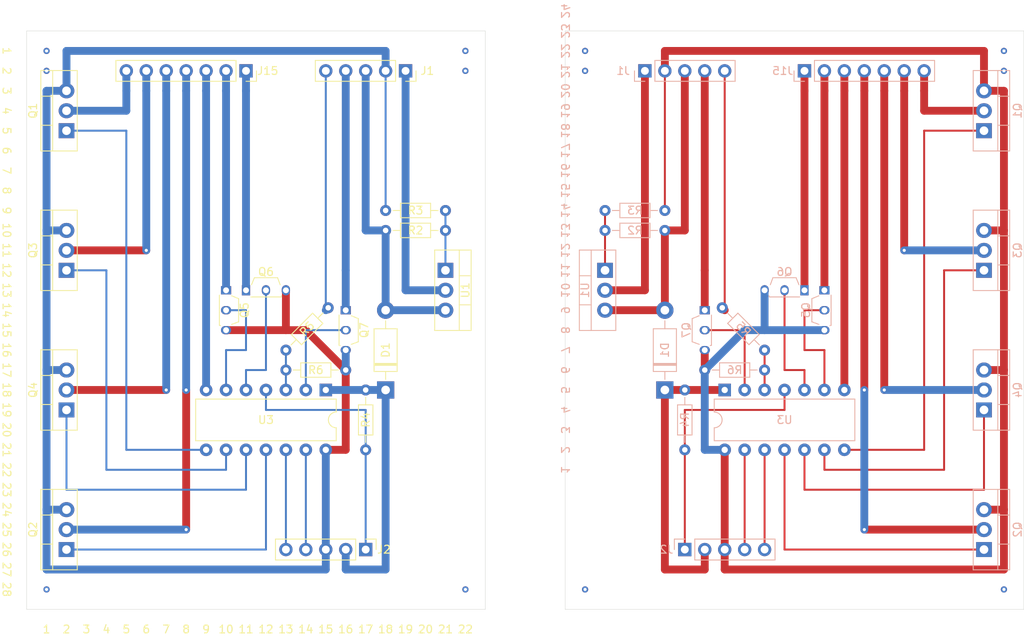
<source format=kicad_pcb>
(kicad_pcb (version 20171130) (host pcbnew "(5.1.8)-1")

  (general
    (thickness 1.6)
    (drawings 109)
    (tracks 194)
    (zones 0)
    (modules 36)
    (nets 26)
  )

  (page A4)
  (layers
    (0 F.Cu signal)
    (31 B.Cu signal)
    (32 B.Adhes user hide)
    (33 F.Adhes user hide)
    (34 B.Paste user hide)
    (35 F.Paste user hide)
    (36 B.SilkS user hide)
    (37 F.SilkS user)
    (38 B.Mask user hide)
    (39 F.Mask user hide)
    (40 Dwgs.User user hide)
    (41 Cmts.User user)
    (42 Eco1.User user hide)
    (43 Eco2.User user hide)
    (44 Edge.Cuts user)
    (45 Margin user hide)
    (46 B.CrtYd user hide)
    (47 F.CrtYd user hide)
    (48 B.Fab user hide)
    (49 F.Fab user hide)
  )

  (setup
    (last_trace_width 0.25)
    (user_trace_width 1)
    (trace_clearance 0.2)
    (zone_clearance 0.508)
    (zone_45_only no)
    (trace_min 0.2)
    (via_size 0.8)
    (via_drill 0.4)
    (via_min_size 0.4)
    (via_min_drill 0.3)
    (user_via 1.5 0.75)
    (uvia_size 0.3)
    (uvia_drill 0.1)
    (uvias_allowed no)
    (uvia_min_size 0.2)
    (uvia_min_drill 0.1)
    (edge_width 0.05)
    (segment_width 0.2)
    (pcb_text_width 0.3)
    (pcb_text_size 1.5 1.5)
    (mod_edge_width 0.12)
    (mod_text_size 1 1)
    (mod_text_width 0.15)
    (pad_size 1.524 1.524)
    (pad_drill 0.762)
    (pad_to_mask_clearance 0)
    (aux_axis_origin 0 0)
    (visible_elements 7FFFFFFF)
    (pcbplotparams
      (layerselection 0x010a8_ffffffff)
      (usegerberextensions false)
      (usegerberattributes true)
      (usegerberadvancedattributes true)
      (creategerberjobfile true)
      (excludeedgelayer true)
      (linewidth 0.100000)
      (plotframeref false)
      (viasonmask false)
      (mode 1)
      (useauxorigin false)
      (hpglpennumber 1)
      (hpglpenspeed 20)
      (hpglpendiameter 15.000000)
      (psnegative false)
      (psa4output false)
      (plotreference true)
      (plotvalue true)
      (plotinvisibletext false)
      (padsonsilk false)
      (subtractmaskfromsilk false)
      (outputformat 4)
      (mirror false)
      (drillshape 0)
      (scaleselection 1)
      (outputdirectory "Output/"))
  )

  (net 0 "")
  (net 1 /12V)
  (net 2 /Flashers)
  (net 3 /Control_A)
  (net 4 /Control_C)
  (net 5 /Control_B)
  (net 6 /Control_D)
  (net 7 /Common)
  (net 8 /Sound)
  (net 9 /Side_D)
  (net 10 /Side_C)
  (net 11 /Side_B)
  (net 12 /Side_A)
  (net 13 "Net-(R2-Pad2)")
  (net 14 /6.3V)
  (net 15 /MCLR)
  (net 16 /ICSPDAT)
  (net 17 /ICSPCLK)
  (net 18 /Vdd)
  (net 19 /Aux_1)
  (net 20 /Volume)
  (net 21 /Eyes)
  (net 22 /Control_F)
  (net 23 /Control_E)
  (net 24 /Control_G)
  (net 25 /Control_V)

  (net_class Default "This is the default net class."
    (clearance 0.2)
    (trace_width 0.25)
    (via_dia 0.8)
    (via_drill 0.4)
    (uvia_dia 0.3)
    (uvia_drill 0.1)
    (add_net /12V)
    (add_net /6.3V)
    (add_net /Aux_1)
    (add_net /Common)
    (add_net /Control_A)
    (add_net /Control_B)
    (add_net /Control_C)
    (add_net /Control_D)
    (add_net /Control_E)
    (add_net /Control_F)
    (add_net /Control_G)
    (add_net /Control_V)
    (add_net /Eyes)
    (add_net /Flashers)
    (add_net /ICSPCLK)
    (add_net /ICSPDAT)
    (add_net /MCLR)
    (add_net /Side_A)
    (add_net /Side_B)
    (add_net /Side_C)
    (add_net /Side_D)
    (add_net /Sound)
    (add_net /Vdd)
    (add_net /Volume)
    (add_net "Net-(R2-Pad2)")
  )

  (module Package_TO_SOT_THT:TO-92S_Wide (layer B.Cu) (tedit 5A279587) (tstamp 5FF5484F)
    (at 119.38 50.8 270)
    (descr "TO-92S_Wide package, drill 0.75mm (https://www.diodes.com/assets/Package-Files/TO92S%20(Type%20B).pdf)")
    (tags "TO-92S_Wide transistor")
    (path /5FF094ED)
    (fp_text reference Q5 (at 2.54 2.35 270) (layer B.SilkS)
      (effects (font (size 1 1) (thickness 0.15)) (justify mirror))
    )
    (fp_text value ZVN2110A (at 2.42 -1.8 270) (layer B.Fab)
      (effects (font (size 1 1) (thickness 0.15)) (justify mirror))
    )
    (fp_line (start 0.67 -0.75) (end 4.42 -0.75) (layer B.Fab) (width 0.1))
    (fp_line (start 4.42 -0.75) (end 4.57 0) (layer B.Fab) (width 0.1))
    (fp_line (start 4.57 0) (end 3.97 1.55) (layer B.Fab) (width 0.1))
    (fp_line (start 0.67 -0.75) (end 0.52 0) (layer B.Fab) (width 0.1))
    (fp_line (start 0.52 0) (end 1.12 1.55) (layer B.Fab) (width 0.1))
    (fp_line (start 1.12 1.55) (end 3.97 1.55) (layer B.Fab) (width 0.1))
    (fp_line (start 0.62 -0.85) (end 4.47 -0.85) (layer B.SilkS) (width 0.12))
    (fp_line (start 4.47 -0.85) (end 4.5 -0.7) (layer B.SilkS) (width 0.12))
    (fp_line (start 4.35 0.7) (end 4.02 1.6) (layer B.SilkS) (width 0.12))
    (fp_line (start 4.02 1.6) (end 1.07 1.6) (layer B.SilkS) (width 0.12))
    (fp_line (start 1.07 1.6) (end 0.7 0.7) (layer B.SilkS) (width 0.12))
    (fp_line (start 0.51 -1) (end 4.57 -1) (layer B.CrtYd) (width 0.05))
    (fp_line (start 4.57 -1) (end 4.65 -0.85) (layer B.CrtYd) (width 0.05))
    (fp_line (start 4.5 0.85) (end 4.12 1.8) (layer B.CrtYd) (width 0.05))
    (fp_line (start 4.12 1.8) (end 0.96 1.8) (layer B.CrtYd) (width 0.05))
    (fp_line (start 4.5 0.85) (end 5.85 0.85) (layer B.CrtYd) (width 0.05))
    (fp_line (start 5.85 0.85) (end 5.85 -0.85) (layer B.CrtYd) (width 0.05))
    (fp_line (start 5.85 -0.85) (end 4.65 -0.85) (layer B.CrtYd) (width 0.05))
    (fp_line (start 0.51 -1) (end 0.43 -0.85) (layer B.CrtYd) (width 0.05))
    (fp_line (start 0.58 0.85) (end 0.96 1.8) (layer B.CrtYd) (width 0.05))
    (fp_line (start 0.58 0.85) (end -0.7 0.85) (layer B.CrtYd) (width 0.05))
    (fp_line (start -0.7 0.85) (end -0.7 -0.85) (layer B.CrtYd) (width 0.05))
    (fp_line (start -0.7 -0.85) (end 0.43 -0.85) (layer B.CrtYd) (width 0.05))
    (fp_text user %R (at 2.54 0 270) (layer B.Fab)
      (effects (font (size 1 1) (thickness 0.15)) (justify mirror))
    )
    (pad 2 thru_hole oval (at 2.54 0 270) (size 1.05 1.3) (drill 0.75) (layers *.Cu *.Mask))
    (pad 3 thru_hole oval (at 5.08 0 270) (size 1.05 1.3) (drill 0.75) (layers *.Cu *.Mask))
    (pad 1 thru_hole rect (at 0 0 270) (size 1.05 1.3) (drill 0.75) (layers *.Cu *.Mask))
    (model ${KISYS3DMOD}/Package_TO_SOT_THT.3dshapes/TO-92S_Wide.wrl
      (at (xyz 0 0 0))
      (scale (xyz 1 1 1))
      (rotate (xyz 0 0 0))
    )
  )

  (module Package_TO_SOT_THT:TO-92S_Wide (layer B.Cu) (tedit 5A279587) (tstamp 5FF54831)
    (at 116.84 50.8 180)
    (descr "TO-92S_Wide package, drill 0.75mm (https://www.diodes.com/assets/Package-Files/TO92S%20(Type%20B).pdf)")
    (tags "TO-92S_Wide transistor")
    (path /603288E5)
    (fp_text reference Q6 (at 2.54 2.35) (layer B.SilkS)
      (effects (font (size 1 1) (thickness 0.15)) (justify mirror))
    )
    (fp_text value ZVN2110A (at 2.42 -1.8) (layer B.Fab)
      (effects (font (size 1 1) (thickness 0.15)) (justify mirror))
    )
    (fp_line (start 0.67 -0.75) (end 4.42 -0.75) (layer B.Fab) (width 0.1))
    (fp_line (start 4.42 -0.75) (end 4.57 0) (layer B.Fab) (width 0.1))
    (fp_line (start 4.57 0) (end 3.97 1.55) (layer B.Fab) (width 0.1))
    (fp_line (start 0.67 -0.75) (end 0.52 0) (layer B.Fab) (width 0.1))
    (fp_line (start 0.52 0) (end 1.12 1.55) (layer B.Fab) (width 0.1))
    (fp_line (start 1.12 1.55) (end 3.97 1.55) (layer B.Fab) (width 0.1))
    (fp_line (start 0.62 -0.85) (end 4.47 -0.85) (layer B.SilkS) (width 0.12))
    (fp_line (start 4.47 -0.85) (end 4.5 -0.7) (layer B.SilkS) (width 0.12))
    (fp_line (start 4.35 0.7) (end 4.02 1.6) (layer B.SilkS) (width 0.12))
    (fp_line (start 4.02 1.6) (end 1.07 1.6) (layer B.SilkS) (width 0.12))
    (fp_line (start 1.07 1.6) (end 0.7 0.7) (layer B.SilkS) (width 0.12))
    (fp_line (start 0.51 -1) (end 4.57 -1) (layer B.CrtYd) (width 0.05))
    (fp_line (start 4.57 -1) (end 4.65 -0.85) (layer B.CrtYd) (width 0.05))
    (fp_line (start 4.5 0.85) (end 4.12 1.8) (layer B.CrtYd) (width 0.05))
    (fp_line (start 4.12 1.8) (end 0.96 1.8) (layer B.CrtYd) (width 0.05))
    (fp_line (start 4.5 0.85) (end 5.85 0.85) (layer B.CrtYd) (width 0.05))
    (fp_line (start 5.85 0.85) (end 5.85 -0.85) (layer B.CrtYd) (width 0.05))
    (fp_line (start 5.85 -0.85) (end 4.65 -0.85) (layer B.CrtYd) (width 0.05))
    (fp_line (start 0.51 -1) (end 0.43 -0.85) (layer B.CrtYd) (width 0.05))
    (fp_line (start 0.58 0.85) (end 0.96 1.8) (layer B.CrtYd) (width 0.05))
    (fp_line (start 0.58 0.85) (end -0.7 0.85) (layer B.CrtYd) (width 0.05))
    (fp_line (start -0.7 0.85) (end -0.7 -0.85) (layer B.CrtYd) (width 0.05))
    (fp_line (start -0.7 -0.85) (end 0.43 -0.85) (layer B.CrtYd) (width 0.05))
    (fp_text user %R (at 2.54 0) (layer B.Fab)
      (effects (font (size 1 1) (thickness 0.15)) (justify mirror))
    )
    (pad 2 thru_hole oval (at 2.54 0 180) (size 1.05 1.3) (drill 0.75) (layers *.Cu *.Mask))
    (pad 3 thru_hole oval (at 5.08 0 180) (size 1.05 1.3) (drill 0.75) (layers *.Cu *.Mask))
    (pad 1 thru_hole rect (at 0 0 180) (size 1.05 1.3) (drill 0.75) (layers *.Cu *.Mask))
    (model ${KISYS3DMOD}/Package_TO_SOT_THT.3dshapes/TO-92S_Wide.wrl
      (at (xyz 0 0 0))
      (scale (xyz 1 1 1))
      (rotate (xyz 0 0 0))
    )
  )

  (module Package_TO_SOT_THT:TO-92S_Wide (layer B.Cu) (tedit 5A279587) (tstamp 5FF54813)
    (at 104.14 53.34 270)
    (descr "TO-92S_Wide package, drill 0.75mm (https://www.diodes.com/assets/Package-Files/TO92S%20(Type%20B).pdf)")
    (tags "TO-92S_Wide transistor")
    (path /602BF085)
    (fp_text reference Q7 (at 2.54 2.35 270) (layer B.SilkS)
      (effects (font (size 1 1) (thickness 0.15)) (justify mirror))
    )
    (fp_text value ZVN2110A (at 2.42 -1.8 270) (layer B.Fab)
      (effects (font (size 1 1) (thickness 0.15)) (justify mirror))
    )
    (fp_line (start 0.67 -0.75) (end 4.42 -0.75) (layer B.Fab) (width 0.1))
    (fp_line (start 4.42 -0.75) (end 4.57 0) (layer B.Fab) (width 0.1))
    (fp_line (start 4.57 0) (end 3.97 1.55) (layer B.Fab) (width 0.1))
    (fp_line (start 0.67 -0.75) (end 0.52 0) (layer B.Fab) (width 0.1))
    (fp_line (start 0.52 0) (end 1.12 1.55) (layer B.Fab) (width 0.1))
    (fp_line (start 1.12 1.55) (end 3.97 1.55) (layer B.Fab) (width 0.1))
    (fp_line (start 0.62 -0.85) (end 4.47 -0.85) (layer B.SilkS) (width 0.12))
    (fp_line (start 4.47 -0.85) (end 4.5 -0.7) (layer B.SilkS) (width 0.12))
    (fp_line (start 4.35 0.7) (end 4.02 1.6) (layer B.SilkS) (width 0.12))
    (fp_line (start 4.02 1.6) (end 1.07 1.6) (layer B.SilkS) (width 0.12))
    (fp_line (start 1.07 1.6) (end 0.7 0.7) (layer B.SilkS) (width 0.12))
    (fp_line (start 0.51 -1) (end 4.57 -1) (layer B.CrtYd) (width 0.05))
    (fp_line (start 4.57 -1) (end 4.65 -0.85) (layer B.CrtYd) (width 0.05))
    (fp_line (start 4.5 0.85) (end 4.12 1.8) (layer B.CrtYd) (width 0.05))
    (fp_line (start 4.12 1.8) (end 0.96 1.8) (layer B.CrtYd) (width 0.05))
    (fp_line (start 4.5 0.85) (end 5.85 0.85) (layer B.CrtYd) (width 0.05))
    (fp_line (start 5.85 0.85) (end 5.85 -0.85) (layer B.CrtYd) (width 0.05))
    (fp_line (start 5.85 -0.85) (end 4.65 -0.85) (layer B.CrtYd) (width 0.05))
    (fp_line (start 0.51 -1) (end 0.43 -0.85) (layer B.CrtYd) (width 0.05))
    (fp_line (start 0.58 0.85) (end 0.96 1.8) (layer B.CrtYd) (width 0.05))
    (fp_line (start 0.58 0.85) (end -0.7 0.85) (layer B.CrtYd) (width 0.05))
    (fp_line (start -0.7 0.85) (end -0.7 -0.85) (layer B.CrtYd) (width 0.05))
    (fp_line (start -0.7 -0.85) (end 0.43 -0.85) (layer B.CrtYd) (width 0.05))
    (fp_text user %R (at 2.54 0 270) (layer B.Fab)
      (effects (font (size 1 1) (thickness 0.15)) (justify mirror))
    )
    (pad 2 thru_hole oval (at 2.54 0 270) (size 1.05 1.3) (drill 0.75) (layers *.Cu *.Mask))
    (pad 3 thru_hole oval (at 5.08 0 270) (size 1.05 1.3) (drill 0.75) (layers *.Cu *.Mask))
    (pad 1 thru_hole rect (at 0 0 270) (size 1.05 1.3) (drill 0.75) (layers *.Cu *.Mask))
    (model ${KISYS3DMOD}/Package_TO_SOT_THT.3dshapes/TO-92S_Wide.wrl
      (at (xyz 0 0 0))
      (scale (xyz 1 1 1))
      (rotate (xyz 0 0 0))
    )
  )

  (module Resistor_THT:R_Axial_DIN0204_L3.6mm_D1.6mm_P7.62mm_Horizontal (layer B.Cu) (tedit 5AE5139B) (tstamp 5FF547FD)
    (at 99.06 43.18 180)
    (descr "Resistor, Axial_DIN0204 series, Axial, Horizontal, pin pitch=7.62mm, 0.167W, length*diameter=3.6*1.6mm^2, http://cdn-reichelt.de/documents/datenblatt/B400/1_4W%23YAG.pdf")
    (tags "Resistor Axial_DIN0204 series Axial Horizontal pin pitch 7.62mm 0.167W length 3.6mm diameter 1.6mm")
    (path /5FEBC3AB)
    (fp_text reference R2 (at 3.81 0) (layer B.SilkS)
      (effects (font (size 1 1) (thickness 0.15)) (justify mirror))
    )
    (fp_text value 1k (at 3.81 -1.92) (layer B.Fab)
      (effects (font (size 1 1) (thickness 0.15)) (justify mirror))
    )
    (fp_line (start 8.57 1.05) (end -0.95 1.05) (layer B.CrtYd) (width 0.05))
    (fp_line (start 8.57 -1.05) (end 8.57 1.05) (layer B.CrtYd) (width 0.05))
    (fp_line (start -0.95 -1.05) (end 8.57 -1.05) (layer B.CrtYd) (width 0.05))
    (fp_line (start -0.95 1.05) (end -0.95 -1.05) (layer B.CrtYd) (width 0.05))
    (fp_line (start 6.68 0) (end 5.73 0) (layer B.SilkS) (width 0.12))
    (fp_line (start 0.94 0) (end 1.89 0) (layer B.SilkS) (width 0.12))
    (fp_line (start 5.73 0.92) (end 1.89 0.92) (layer B.SilkS) (width 0.12))
    (fp_line (start 5.73 -0.92) (end 5.73 0.92) (layer B.SilkS) (width 0.12))
    (fp_line (start 1.89 -0.92) (end 5.73 -0.92) (layer B.SilkS) (width 0.12))
    (fp_line (start 1.89 0.92) (end 1.89 -0.92) (layer B.SilkS) (width 0.12))
    (fp_line (start 7.62 0) (end 5.61 0) (layer B.Fab) (width 0.1))
    (fp_line (start 0 0) (end 2.01 0) (layer B.Fab) (width 0.1))
    (fp_line (start 5.61 0.8) (end 2.01 0.8) (layer B.Fab) (width 0.1))
    (fp_line (start 5.61 -0.8) (end 5.61 0.8) (layer B.Fab) (width 0.1))
    (fp_line (start 2.01 -0.8) (end 5.61 -0.8) (layer B.Fab) (width 0.1))
    (fp_line (start 2.01 0.8) (end 2.01 -0.8) (layer B.Fab) (width 0.1))
    (fp_text user %R (at 3.81 0) (layer B.Fab)
      (effects (font (size 0.72 0.72) (thickness 0.108)) (justify mirror))
    )
    (pad 1 thru_hole circle (at 0 0 180) (size 1.4 1.4) (drill 0.7) (layers *.Cu *.Mask))
    (pad 2 thru_hole oval (at 7.62 0 180) (size 1.4 1.4) (drill 0.7) (layers *.Cu *.Mask))
    (model ${KISYS3DMOD}/Resistor_THT.3dshapes/R_Axial_DIN0204_L3.6mm_D1.6mm_P7.62mm_Horizontal.wrl
      (at (xyz 0 0 0))
      (scale (xyz 1 1 1))
      (rotate (xyz 0 0 0))
    )
  )

  (module Package_DIP:DIP-14_W7.62mm (layer B.Cu) (tedit 5A02E8C5) (tstamp 5FF547DC)
    (at 106.68 63.5 270)
    (descr "14-lead though-hole mounted DIP package, row spacing 7.62 mm (300 mils)")
    (tags "THT DIP DIL PDIP 2.54mm 7.62mm 300mil")
    (path /5FF31EC8)
    (fp_text reference U3 (at 3.81 -7.62 180) (layer B.SilkS)
      (effects (font (size 1 1) (thickness 0.15)) (justify mirror))
    )
    (fp_text value PIC16F1705 (at 3.81 -17.57 270) (layer B.Fab)
      (effects (font (size 1 1) (thickness 0.15)) (justify mirror))
    )
    (fp_line (start 8.7 1.55) (end -1.1 1.55) (layer B.CrtYd) (width 0.05))
    (fp_line (start 8.7 -16.8) (end 8.7 1.55) (layer B.CrtYd) (width 0.05))
    (fp_line (start -1.1 -16.8) (end 8.7 -16.8) (layer B.CrtYd) (width 0.05))
    (fp_line (start -1.1 1.55) (end -1.1 -16.8) (layer B.CrtYd) (width 0.05))
    (fp_line (start 6.46 1.33) (end 4.81 1.33) (layer B.SilkS) (width 0.12))
    (fp_line (start 6.46 -16.57) (end 6.46 1.33) (layer B.SilkS) (width 0.12))
    (fp_line (start 1.16 -16.57) (end 6.46 -16.57) (layer B.SilkS) (width 0.12))
    (fp_line (start 1.16 1.33) (end 1.16 -16.57) (layer B.SilkS) (width 0.12))
    (fp_line (start 2.81 1.33) (end 1.16 1.33) (layer B.SilkS) (width 0.12))
    (fp_line (start 0.635 0.27) (end 1.635 1.27) (layer B.Fab) (width 0.1))
    (fp_line (start 0.635 -16.51) (end 0.635 0.27) (layer B.Fab) (width 0.1))
    (fp_line (start 6.985 -16.51) (end 0.635 -16.51) (layer B.Fab) (width 0.1))
    (fp_line (start 6.985 1.27) (end 6.985 -16.51) (layer B.Fab) (width 0.1))
    (fp_line (start 1.635 1.27) (end 6.985 1.27) (layer B.Fab) (width 0.1))
    (fp_arc (start 3.81 1.33) (end 2.81 1.33) (angle 180) (layer B.SilkS) (width 0.12))
    (fp_text user %R (at 3.81 -7.62 270) (layer B.Fab)
      (effects (font (size 1 1) (thickness 0.15)) (justify mirror))
    )
    (pad 1 thru_hole rect (at 0 0 270) (size 1.6 1.6) (drill 0.8) (layers *.Cu *.Mask))
    (pad 8 thru_hole oval (at 7.62 -15.24 270) (size 1.6 1.6) (drill 0.8) (layers *.Cu *.Mask))
    (pad 2 thru_hole oval (at 0 -2.54 270) (size 1.6 1.6) (drill 0.8) (layers *.Cu *.Mask))
    (pad 9 thru_hole oval (at 7.62 -12.7 270) (size 1.6 1.6) (drill 0.8) (layers *.Cu *.Mask))
    (pad 3 thru_hole oval (at 0 -5.08 270) (size 1.6 1.6) (drill 0.8) (layers *.Cu *.Mask))
    (pad 10 thru_hole oval (at 7.62 -10.16 270) (size 1.6 1.6) (drill 0.8) (layers *.Cu *.Mask))
    (pad 4 thru_hole oval (at 0 -7.62 270) (size 1.6 1.6) (drill 0.8) (layers *.Cu *.Mask))
    (pad 11 thru_hole oval (at 7.62 -7.62 270) (size 1.6 1.6) (drill 0.8) (layers *.Cu *.Mask))
    (pad 5 thru_hole oval (at 0 -10.16 270) (size 1.6 1.6) (drill 0.8) (layers *.Cu *.Mask))
    (pad 12 thru_hole oval (at 7.62 -5.08 270) (size 1.6 1.6) (drill 0.8) (layers *.Cu *.Mask))
    (pad 6 thru_hole oval (at 0 -12.7 270) (size 1.6 1.6) (drill 0.8) (layers *.Cu *.Mask))
    (pad 13 thru_hole oval (at 7.62 -2.54 270) (size 1.6 1.6) (drill 0.8) (layers *.Cu *.Mask))
    (pad 7 thru_hole oval (at 0 -15.24 270) (size 1.6 1.6) (drill 0.8) (layers *.Cu *.Mask))
    (pad 14 thru_hole oval (at 7.62 0 270) (size 1.6 1.6) (drill 0.8) (layers *.Cu *.Mask))
    (model ${KISYS3DMOD}/Package_DIP.3dshapes/DIP-14_W7.62mm.wrl
      (at (xyz 0 0 0))
      (scale (xyz 1 1 1))
      (rotate (xyz 0 0 0))
    )
  )

  (module Resistor_THT:R_Axial_DIN0204_L3.6mm_D1.6mm_P7.62mm_Horizontal (layer B.Cu) (tedit 5AE5139B) (tstamp 5FF547C6)
    (at 111.76 58.42 135)
    (descr "Resistor, Axial_DIN0204 series, Axial, Horizontal, pin pitch=7.62mm, 0.167W, length*diameter=3.6*1.6mm^2, http://cdn-reichelt.de/documents/datenblatt/B400/1_4W%23YAG.pdf")
    (tags "Resistor Axial_DIN0204 series Axial Horizontal pin pitch 7.62mm 0.167W length 3.6mm diameter 1.6mm")
    (path /604F8D18)
    (fp_text reference R5 (at 3.81 0 315) (layer B.SilkS)
      (effects (font (size 1 1) (thickness 0.15)) (justify mirror))
    )
    (fp_text value 2k (at 3.81 -1.92 315) (layer B.Fab)
      (effects (font (size 1 1) (thickness 0.15)) (justify mirror))
    )
    (fp_line (start 8.57 1.05) (end -0.95 1.05) (layer B.CrtYd) (width 0.05))
    (fp_line (start 8.57 -1.05) (end 8.57 1.05) (layer B.CrtYd) (width 0.05))
    (fp_line (start -0.95 -1.05) (end 8.57 -1.05) (layer B.CrtYd) (width 0.05))
    (fp_line (start -0.95 1.05) (end -0.95 -1.05) (layer B.CrtYd) (width 0.05))
    (fp_line (start 6.68 0) (end 5.73 0) (layer B.SilkS) (width 0.12))
    (fp_line (start 0.94 0) (end 1.89 0) (layer B.SilkS) (width 0.12))
    (fp_line (start 5.73 0.92) (end 1.89 0.92) (layer B.SilkS) (width 0.12))
    (fp_line (start 5.73 -0.92) (end 5.73 0.92) (layer B.SilkS) (width 0.12))
    (fp_line (start 1.89 -0.92) (end 5.73 -0.92) (layer B.SilkS) (width 0.12))
    (fp_line (start 1.89 0.92) (end 1.89 -0.92) (layer B.SilkS) (width 0.12))
    (fp_line (start 7.62 0) (end 5.61 0) (layer B.Fab) (width 0.1))
    (fp_line (start 0 0) (end 2.01 0) (layer B.Fab) (width 0.1))
    (fp_line (start 5.61 0.8) (end 2.01 0.8) (layer B.Fab) (width 0.1))
    (fp_line (start 5.61 -0.8) (end 5.61 0.8) (layer B.Fab) (width 0.1))
    (fp_line (start 2.01 -0.8) (end 5.61 -0.8) (layer B.Fab) (width 0.1))
    (fp_line (start 2.01 0.8) (end 2.01 -0.8) (layer B.Fab) (width 0.1))
    (fp_text user %R (at 3.81 0 315) (layer B.Fab)
      (effects (font (size 0.72 0.72) (thickness 0.108)) (justify mirror))
    )
    (pad 1 thru_hole circle (at 0 0 135) (size 1.4 1.4) (drill 0.7) (layers *.Cu *.Mask))
    (pad 2 thru_hole oval (at 7.62 0 135) (size 1.4 1.4) (drill 0.7) (layers *.Cu *.Mask))
    (model ${KISYS3DMOD}/Resistor_THT.3dshapes/R_Axial_DIN0204_L3.6mm_D1.6mm_P7.62mm_Horizontal.wrl
      (at (xyz 0 0 0))
      (scale (xyz 1 1 1))
      (rotate (xyz 0 0 0))
    )
  )

  (module Resistor_THT:R_Axial_DIN0204_L3.6mm_D1.6mm_P7.62mm_Horizontal (layer B.Cu) (tedit 5AE5139B) (tstamp 5FF547B0)
    (at 101.6 63.5 270)
    (descr "Resistor, Axial_DIN0204 series, Axial, Horizontal, pin pitch=7.62mm, 0.167W, length*diameter=3.6*1.6mm^2, http://cdn-reichelt.de/documents/datenblatt/B400/1_4W%23YAG.pdf")
    (tags "Resistor Axial_DIN0204 series Axial Horizontal pin pitch 7.62mm 0.167W length 3.6mm diameter 1.6mm")
    (path /60060742)
    (fp_text reference R4 (at 3.81 0 270) (layer B.SilkS)
      (effects (font (size 1 1) (thickness 0.15)) (justify mirror))
    )
    (fp_text value 10k (at 3.81 -1.92 270) (layer B.Fab)
      (effects (font (size 1 1) (thickness 0.15)) (justify mirror))
    )
    (fp_line (start 8.57 1.05) (end -0.95 1.05) (layer B.CrtYd) (width 0.05))
    (fp_line (start 8.57 -1.05) (end 8.57 1.05) (layer B.CrtYd) (width 0.05))
    (fp_line (start -0.95 -1.05) (end 8.57 -1.05) (layer B.CrtYd) (width 0.05))
    (fp_line (start -0.95 1.05) (end -0.95 -1.05) (layer B.CrtYd) (width 0.05))
    (fp_line (start 6.68 0) (end 5.73 0) (layer B.SilkS) (width 0.12))
    (fp_line (start 0.94 0) (end 1.89 0) (layer B.SilkS) (width 0.12))
    (fp_line (start 5.73 0.92) (end 1.89 0.92) (layer B.SilkS) (width 0.12))
    (fp_line (start 5.73 -0.92) (end 5.73 0.92) (layer B.SilkS) (width 0.12))
    (fp_line (start 1.89 -0.92) (end 5.73 -0.92) (layer B.SilkS) (width 0.12))
    (fp_line (start 1.89 0.92) (end 1.89 -0.92) (layer B.SilkS) (width 0.12))
    (fp_line (start 7.62 0) (end 5.61 0) (layer B.Fab) (width 0.1))
    (fp_line (start 0 0) (end 2.01 0) (layer B.Fab) (width 0.1))
    (fp_line (start 5.61 0.8) (end 2.01 0.8) (layer B.Fab) (width 0.1))
    (fp_line (start 5.61 -0.8) (end 5.61 0.8) (layer B.Fab) (width 0.1))
    (fp_line (start 2.01 -0.8) (end 5.61 -0.8) (layer B.Fab) (width 0.1))
    (fp_line (start 2.01 0.8) (end 2.01 -0.8) (layer B.Fab) (width 0.1))
    (fp_text user %R (at 3.81 0 270) (layer B.Fab)
      (effects (font (size 0.72 0.72) (thickness 0.108)) (justify mirror))
    )
    (pad 1 thru_hole circle (at 0 0 270) (size 1.4 1.4) (drill 0.7) (layers *.Cu *.Mask))
    (pad 2 thru_hole oval (at 7.62 0 270) (size 1.4 1.4) (drill 0.7) (layers *.Cu *.Mask))
    (model ${KISYS3DMOD}/Resistor_THT.3dshapes/R_Axial_DIN0204_L3.6mm_D1.6mm_P7.62mm_Horizontal.wrl
      (at (xyz 0 0 0))
      (scale (xyz 1 1 1))
      (rotate (xyz 0 0 0))
    )
  )

  (module Package_TO_SOT_THT:TO-220-3_Vertical (layer B.Cu) (tedit 5AC8BA0D) (tstamp 5FF54797)
    (at 91.44 48.26 270)
    (descr "TO-220-3, Vertical, RM 2.54mm, see https://www.vishay.com/docs/66542/to-220-1.pdf")
    (tags "TO-220-3 Vertical RM 2.54mm")
    (path /5FEB9969)
    (fp_text reference U1 (at 2.54 2.54 270) (layer B.SilkS)
      (effects (font (size 1 1) (thickness 0.15)) (justify mirror))
    )
    (fp_text value LM338T/NOPB (at 2.54 -2.5 270) (layer B.Fab)
      (effects (font (size 1 1) (thickness 0.15)) (justify mirror))
    )
    (fp_line (start 7.79 3.4) (end -2.71 3.4) (layer B.CrtYd) (width 0.05))
    (fp_line (start 7.79 -1.51) (end 7.79 3.4) (layer B.CrtYd) (width 0.05))
    (fp_line (start -2.71 -1.51) (end 7.79 -1.51) (layer B.CrtYd) (width 0.05))
    (fp_line (start -2.71 3.4) (end -2.71 -1.51) (layer B.CrtYd) (width 0.05))
    (fp_line (start 4.391 3.27) (end 4.391 1.76) (layer B.SilkS) (width 0.12))
    (fp_line (start 0.69 3.27) (end 0.69 1.76) (layer B.SilkS) (width 0.12))
    (fp_line (start -2.58 1.76) (end 7.66 1.76) (layer B.SilkS) (width 0.12))
    (fp_line (start 7.66 3.27) (end 7.66 -1.371) (layer B.SilkS) (width 0.12))
    (fp_line (start -2.58 3.27) (end -2.58 -1.371) (layer B.SilkS) (width 0.12))
    (fp_line (start -2.58 -1.371) (end 7.66 -1.371) (layer B.SilkS) (width 0.12))
    (fp_line (start -2.58 3.27) (end 7.66 3.27) (layer B.SilkS) (width 0.12))
    (fp_line (start 4.39 3.15) (end 4.39 1.88) (layer B.Fab) (width 0.1))
    (fp_line (start 0.69 3.15) (end 0.69 1.88) (layer B.Fab) (width 0.1))
    (fp_line (start -2.46 1.88) (end 7.54 1.88) (layer B.Fab) (width 0.1))
    (fp_line (start 7.54 3.15) (end -2.46 3.15) (layer B.Fab) (width 0.1))
    (fp_line (start 7.54 -1.25) (end 7.54 3.15) (layer B.Fab) (width 0.1))
    (fp_line (start -2.46 -1.25) (end 7.54 -1.25) (layer B.Fab) (width 0.1))
    (fp_line (start -2.46 3.15) (end -2.46 -1.25) (layer B.Fab) (width 0.1))
    (fp_text user %R (at 2.54 4.27 270) (layer B.Fab)
      (effects (font (size 1 1) (thickness 0.15)) (justify mirror))
    )
    (pad 1 thru_hole rect (at 0 0 270) (size 1.905 2) (drill 1.1) (layers *.Cu *.Mask))
    (pad 2 thru_hole oval (at 2.54 0 270) (size 1.905 2) (drill 1.1) (layers *.Cu *.Mask))
    (pad 3 thru_hole oval (at 5.08 0 270) (size 1.905 2) (drill 1.1) (layers *.Cu *.Mask))
    (model ${KISYS3DMOD}/Package_TO_SOT_THT.3dshapes/TO-220-3_Vertical.wrl
      (at (xyz 0 0 0))
      (scale (xyz 1 1 1))
      (rotate (xyz 0 0 0))
    )
  )

  (module Connector_PinSocket_2.54mm:PinSocket_1x05_P2.54mm_Vertical (layer B.Cu) (tedit 5A19A420) (tstamp 5FF5477F)
    (at 96.52 22.86 270)
    (descr "Through hole straight socket strip, 1x05, 2.54mm pitch, single row (from Kicad 4.0.7), script generated")
    (tags "Through hole socket strip THT 1x05 2.54mm single row")
    (path /606A9D6D)
    (fp_text reference J1 (at 0 2.77 180) (layer B.SilkS)
      (effects (font (size 1 1) (thickness 0.15)) (justify mirror))
    )
    (fp_text value "Control Board" (at 0 -12.93 270) (layer B.Fab)
      (effects (font (size 1 1) (thickness 0.15)) (justify mirror))
    )
    (fp_line (start -1.8 -11.9) (end -1.8 1.8) (layer B.CrtYd) (width 0.05))
    (fp_line (start 1.75 -11.9) (end -1.8 -11.9) (layer B.CrtYd) (width 0.05))
    (fp_line (start 1.75 1.8) (end 1.75 -11.9) (layer B.CrtYd) (width 0.05))
    (fp_line (start -1.8 1.8) (end 1.75 1.8) (layer B.CrtYd) (width 0.05))
    (fp_line (start 0 1.33) (end 1.33 1.33) (layer B.SilkS) (width 0.12))
    (fp_line (start 1.33 1.33) (end 1.33 0) (layer B.SilkS) (width 0.12))
    (fp_line (start 1.33 -1.27) (end 1.33 -11.49) (layer B.SilkS) (width 0.12))
    (fp_line (start -1.33 -11.49) (end 1.33 -11.49) (layer B.SilkS) (width 0.12))
    (fp_line (start -1.33 -1.27) (end -1.33 -11.49) (layer B.SilkS) (width 0.12))
    (fp_line (start -1.33 -1.27) (end 1.33 -1.27) (layer B.SilkS) (width 0.12))
    (fp_line (start -1.27 -11.43) (end -1.27 1.27) (layer B.Fab) (width 0.1))
    (fp_line (start 1.27 -11.43) (end -1.27 -11.43) (layer B.Fab) (width 0.1))
    (fp_line (start 1.27 0.635) (end 1.27 -11.43) (layer B.Fab) (width 0.1))
    (fp_line (start 0.635 1.27) (end 1.27 0.635) (layer B.Fab) (width 0.1))
    (fp_line (start -1.27 1.27) (end 0.635 1.27) (layer B.Fab) (width 0.1))
    (fp_text user %R (at 0 -5.08) (layer B.Fab)
      (effects (font (size 1 1) (thickness 0.15)) (justify mirror))
    )
    (pad 1 thru_hole rect (at 0 0 270) (size 1.7 1.7) (drill 1) (layers *.Cu *.Mask))
    (pad 2 thru_hole oval (at 0 -2.54 270) (size 1.7 1.7) (drill 1) (layers *.Cu *.Mask))
    (pad 3 thru_hole oval (at 0 -5.08 270) (size 1.7 1.7) (drill 1) (layers *.Cu *.Mask))
    (pad 4 thru_hole oval (at 0 -7.62 270) (size 1.7 1.7) (drill 1) (layers *.Cu *.Mask))
    (pad 5 thru_hole oval (at 0 -10.16 270) (size 1.7 1.7) (drill 1) (layers *.Cu *.Mask))
    (model ${KISYS3DMOD}/Connector_PinSocket_2.54mm.3dshapes/PinSocket_1x05_P2.54mm_Vertical.wrl
      (at (xyz 0 0 0))
      (scale (xyz 1 1 1))
      (rotate (xyz 0 0 0))
    )
  )

  (module Connector_PinSocket_2.54mm:PinSocket_1x07_P2.54mm_Vertical (layer B.Cu) (tedit 5A19A433) (tstamp 5FF54765)
    (at 116.84 22.86 270)
    (descr "Through hole straight socket strip, 1x07, 2.54mm pitch, single row (from Kicad 4.0.7), script generated")
    (tags "Through hole socket strip THT 1x07 2.54mm single row")
    (path /606B18A3)
    (fp_text reference J15 (at 0 2.77 180) (layer B.SilkS)
      (effects (font (size 1 1) (thickness 0.15)) (justify mirror))
    )
    (fp_text value "Control Board" (at 0 -18.01 270) (layer B.Fab)
      (effects (font (size 1 1) (thickness 0.15)) (justify mirror))
    )
    (fp_line (start -1.8 -17) (end -1.8 1.8) (layer B.CrtYd) (width 0.05))
    (fp_line (start 1.75 -17) (end -1.8 -17) (layer B.CrtYd) (width 0.05))
    (fp_line (start 1.75 1.8) (end 1.75 -17) (layer B.CrtYd) (width 0.05))
    (fp_line (start -1.8 1.8) (end 1.75 1.8) (layer B.CrtYd) (width 0.05))
    (fp_line (start 0 1.33) (end 1.33 1.33) (layer B.SilkS) (width 0.12))
    (fp_line (start 1.33 1.33) (end 1.33 0) (layer B.SilkS) (width 0.12))
    (fp_line (start 1.33 -1.27) (end 1.33 -16.57) (layer B.SilkS) (width 0.12))
    (fp_line (start -1.33 -16.57) (end 1.33 -16.57) (layer B.SilkS) (width 0.12))
    (fp_line (start -1.33 -1.27) (end -1.33 -16.57) (layer B.SilkS) (width 0.12))
    (fp_line (start -1.33 -1.27) (end 1.33 -1.27) (layer B.SilkS) (width 0.12))
    (fp_line (start -1.27 -16.51) (end -1.27 1.27) (layer B.Fab) (width 0.1))
    (fp_line (start 1.27 -16.51) (end -1.27 -16.51) (layer B.Fab) (width 0.1))
    (fp_line (start 1.27 0.635) (end 1.27 -16.51) (layer B.Fab) (width 0.1))
    (fp_line (start 0.635 1.27) (end 1.27 0.635) (layer B.Fab) (width 0.1))
    (fp_line (start -1.27 1.27) (end 0.635 1.27) (layer B.Fab) (width 0.1))
    (fp_text user %R (at 0 -7.62) (layer B.Fab)
      (effects (font (size 1 1) (thickness 0.15)) (justify mirror))
    )
    (pad 1 thru_hole rect (at 0 0 270) (size 1.7 1.7) (drill 1) (layers *.Cu *.Mask))
    (pad 2 thru_hole oval (at 0 -2.54 270) (size 1.7 1.7) (drill 1) (layers *.Cu *.Mask))
    (pad 3 thru_hole oval (at 0 -5.08 270) (size 1.7 1.7) (drill 1) (layers *.Cu *.Mask))
    (pad 4 thru_hole oval (at 0 -7.62 270) (size 1.7 1.7) (drill 1) (layers *.Cu *.Mask))
    (pad 5 thru_hole oval (at 0 -10.16 270) (size 1.7 1.7) (drill 1) (layers *.Cu *.Mask))
    (pad 6 thru_hole oval (at 0 -12.7 270) (size 1.7 1.7) (drill 1) (layers *.Cu *.Mask))
    (pad 7 thru_hole oval (at 0 -15.24 270) (size 1.7 1.7) (drill 1) (layers *.Cu *.Mask))
    (model ${KISYS3DMOD}/Connector_PinSocket_2.54mm.3dshapes/PinSocket_1x07_P2.54mm_Vertical.wrl
      (at (xyz 0 0 0))
      (scale (xyz 1 1 1))
      (rotate (xyz 0 0 0))
    )
  )

  (module Package_TO_SOT_THT:TO-220-3_Vertical (layer B.Cu) (tedit 5AC8BA0D) (tstamp 5FF5474C)
    (at 139.7 48.26 90)
    (descr "TO-220-3, Vertical, RM 2.54mm, see https://www.vishay.com/docs/66542/to-220-1.pdf")
    (tags "TO-220-3 Vertical RM 2.54mm")
    (path /600E4B81)
    (fp_text reference Q3 (at 2.54 4.27 270) (layer B.SilkS)
      (effects (font (size 1 1) (thickness 0.15)) (justify mirror))
    )
    (fp_text value FQP30N06L (at 2.54 -2.5 270) (layer B.Fab)
      (effects (font (size 1 1) (thickness 0.15)) (justify mirror))
    )
    (fp_line (start 7.79 3.4) (end -2.71 3.4) (layer B.CrtYd) (width 0.05))
    (fp_line (start 7.79 -1.51) (end 7.79 3.4) (layer B.CrtYd) (width 0.05))
    (fp_line (start -2.71 -1.51) (end 7.79 -1.51) (layer B.CrtYd) (width 0.05))
    (fp_line (start -2.71 3.4) (end -2.71 -1.51) (layer B.CrtYd) (width 0.05))
    (fp_line (start 4.391 3.27) (end 4.391 1.76) (layer B.SilkS) (width 0.12))
    (fp_line (start 0.69 3.27) (end 0.69 1.76) (layer B.SilkS) (width 0.12))
    (fp_line (start -2.58 1.76) (end 7.66 1.76) (layer B.SilkS) (width 0.12))
    (fp_line (start 7.66 3.27) (end 7.66 -1.371) (layer B.SilkS) (width 0.12))
    (fp_line (start -2.58 3.27) (end -2.58 -1.371) (layer B.SilkS) (width 0.12))
    (fp_line (start -2.58 -1.371) (end 7.66 -1.371) (layer B.SilkS) (width 0.12))
    (fp_line (start -2.58 3.27) (end 7.66 3.27) (layer B.SilkS) (width 0.12))
    (fp_line (start 4.39 3.15) (end 4.39 1.88) (layer B.Fab) (width 0.1))
    (fp_line (start 0.69 3.15) (end 0.69 1.88) (layer B.Fab) (width 0.1))
    (fp_line (start -2.46 1.88) (end 7.54 1.88) (layer B.Fab) (width 0.1))
    (fp_line (start 7.54 3.15) (end -2.46 3.15) (layer B.Fab) (width 0.1))
    (fp_line (start 7.54 -1.25) (end 7.54 3.15) (layer B.Fab) (width 0.1))
    (fp_line (start -2.46 -1.25) (end 7.54 -1.25) (layer B.Fab) (width 0.1))
    (fp_line (start -2.46 3.15) (end -2.46 -1.25) (layer B.Fab) (width 0.1))
    (fp_text user %R (at 2.54 4.27 270) (layer B.Fab)
      (effects (font (size 1 1) (thickness 0.15)) (justify mirror))
    )
    (pad 1 thru_hole rect (at 0 0 90) (size 1.905 2) (drill 1.1) (layers *.Cu *.Mask))
    (pad 2 thru_hole oval (at 2.54 0 90) (size 1.905 2) (drill 1.1) (layers *.Cu *.Mask))
    (pad 3 thru_hole oval (at 5.08 0 90) (size 1.905 2) (drill 1.1) (layers *.Cu *.Mask))
    (model ${KISYS3DMOD}/Package_TO_SOT_THT.3dshapes/TO-220-3_Vertical.wrl
      (at (xyz 0 0 0))
      (scale (xyz 1 1 1))
      (rotate (xyz 0 0 0))
    )
  )

  (module Package_TO_SOT_THT:TO-220-3_Vertical (layer B.Cu) (tedit 5AC8BA0D) (tstamp 5FF54733)
    (at 139.7 66.04 90)
    (descr "TO-220-3, Vertical, RM 2.54mm, see https://www.vishay.com/docs/66542/to-220-1.pdf")
    (tags "TO-220-3 Vertical RM 2.54mm")
    (path /600E4B6E)
    (fp_text reference Q4 (at 2.54 4.27 270) (layer B.SilkS)
      (effects (font (size 1 1) (thickness 0.15)) (justify mirror))
    )
    (fp_text value FQP30N06L (at 2.54 -2.5 270) (layer B.Fab)
      (effects (font (size 1 1) (thickness 0.15)) (justify mirror))
    )
    (fp_line (start 7.79 3.4) (end -2.71 3.4) (layer B.CrtYd) (width 0.05))
    (fp_line (start 7.79 -1.51) (end 7.79 3.4) (layer B.CrtYd) (width 0.05))
    (fp_line (start -2.71 -1.51) (end 7.79 -1.51) (layer B.CrtYd) (width 0.05))
    (fp_line (start -2.71 3.4) (end -2.71 -1.51) (layer B.CrtYd) (width 0.05))
    (fp_line (start 4.391 3.27) (end 4.391 1.76) (layer B.SilkS) (width 0.12))
    (fp_line (start 0.69 3.27) (end 0.69 1.76) (layer B.SilkS) (width 0.12))
    (fp_line (start -2.58 1.76) (end 7.66 1.76) (layer B.SilkS) (width 0.12))
    (fp_line (start 7.66 3.27) (end 7.66 -1.371) (layer B.SilkS) (width 0.12))
    (fp_line (start -2.58 3.27) (end -2.58 -1.371) (layer B.SilkS) (width 0.12))
    (fp_line (start -2.58 -1.371) (end 7.66 -1.371) (layer B.SilkS) (width 0.12))
    (fp_line (start -2.58 3.27) (end 7.66 3.27) (layer B.SilkS) (width 0.12))
    (fp_line (start 4.39 3.15) (end 4.39 1.88) (layer B.Fab) (width 0.1))
    (fp_line (start 0.69 3.15) (end 0.69 1.88) (layer B.Fab) (width 0.1))
    (fp_line (start -2.46 1.88) (end 7.54 1.88) (layer B.Fab) (width 0.1))
    (fp_line (start 7.54 3.15) (end -2.46 3.15) (layer B.Fab) (width 0.1))
    (fp_line (start 7.54 -1.25) (end 7.54 3.15) (layer B.Fab) (width 0.1))
    (fp_line (start -2.46 -1.25) (end 7.54 -1.25) (layer B.Fab) (width 0.1))
    (fp_line (start -2.46 3.15) (end -2.46 -1.25) (layer B.Fab) (width 0.1))
    (fp_text user %R (at 2.54 4.27 270) (layer B.Fab)
      (effects (font (size 1 1) (thickness 0.15)) (justify mirror))
    )
    (pad 1 thru_hole rect (at 0 0 90) (size 1.905 2) (drill 1.1) (layers *.Cu *.Mask))
    (pad 2 thru_hole oval (at 2.54 0 90) (size 1.905 2) (drill 1.1) (layers *.Cu *.Mask))
    (pad 3 thru_hole oval (at 5.08 0 90) (size 1.905 2) (drill 1.1) (layers *.Cu *.Mask))
    (model ${KISYS3DMOD}/Package_TO_SOT_THT.3dshapes/TO-220-3_Vertical.wrl
      (at (xyz 0 0 0))
      (scale (xyz 1 1 1))
      (rotate (xyz 0 0 0))
    )
  )

  (module Resistor_THT:R_Axial_DIN0204_L3.6mm_D1.6mm_P7.62mm_Horizontal (layer B.Cu) (tedit 5AE5139B) (tstamp 5FF5471D)
    (at 104.14 60.96)
    (descr "Resistor, Axial_DIN0204 series, Axial, Horizontal, pin pitch=7.62mm, 0.167W, length*diameter=3.6*1.6mm^2, http://cdn-reichelt.de/documents/datenblatt/B400/1_4W%23YAG.pdf")
    (tags "Resistor Axial_DIN0204 series Axial Horizontal pin pitch 7.62mm 0.167W length 3.6mm diameter 1.6mm")
    (path /6045BDE5)
    (fp_text reference R6 (at 3.81 0) (layer B.SilkS)
      (effects (font (size 1 1) (thickness 0.15)) (justify mirror))
    )
    (fp_text value 10k (at 3.81 -1.92) (layer B.Fab)
      (effects (font (size 1 1) (thickness 0.15)) (justify mirror))
    )
    (fp_line (start 8.57 1.05) (end -0.95 1.05) (layer B.CrtYd) (width 0.05))
    (fp_line (start 8.57 -1.05) (end 8.57 1.05) (layer B.CrtYd) (width 0.05))
    (fp_line (start -0.95 -1.05) (end 8.57 -1.05) (layer B.CrtYd) (width 0.05))
    (fp_line (start -0.95 1.05) (end -0.95 -1.05) (layer B.CrtYd) (width 0.05))
    (fp_line (start 6.68 0) (end 5.73 0) (layer B.SilkS) (width 0.12))
    (fp_line (start 0.94 0) (end 1.89 0) (layer B.SilkS) (width 0.12))
    (fp_line (start 5.73 0.92) (end 1.89 0.92) (layer B.SilkS) (width 0.12))
    (fp_line (start 5.73 -0.92) (end 5.73 0.92) (layer B.SilkS) (width 0.12))
    (fp_line (start 1.89 -0.92) (end 5.73 -0.92) (layer B.SilkS) (width 0.12))
    (fp_line (start 1.89 0.92) (end 1.89 -0.92) (layer B.SilkS) (width 0.12))
    (fp_line (start 7.62 0) (end 5.61 0) (layer B.Fab) (width 0.1))
    (fp_line (start 0 0) (end 2.01 0) (layer B.Fab) (width 0.1))
    (fp_line (start 5.61 0.8) (end 2.01 0.8) (layer B.Fab) (width 0.1))
    (fp_line (start 5.61 -0.8) (end 5.61 0.8) (layer B.Fab) (width 0.1))
    (fp_line (start 2.01 -0.8) (end 5.61 -0.8) (layer B.Fab) (width 0.1))
    (fp_line (start 2.01 0.8) (end 2.01 -0.8) (layer B.Fab) (width 0.1))
    (fp_text user %R (at 3.81 0) (layer B.Fab)
      (effects (font (size 0.72 0.72) (thickness 0.108)) (justify mirror))
    )
    (pad 1 thru_hole circle (at 0 0) (size 1.4 1.4) (drill 0.7) (layers *.Cu *.Mask))
    (pad 2 thru_hole oval (at 7.62 0) (size 1.4 1.4) (drill 0.7) (layers *.Cu *.Mask))
    (model ${KISYS3DMOD}/Resistor_THT.3dshapes/R_Axial_DIN0204_L3.6mm_D1.6mm_P7.62mm_Horizontal.wrl
      (at (xyz 0 0 0))
      (scale (xyz 1 1 1))
      (rotate (xyz 0 0 0))
    )
  )

  (module Resistor_THT:R_Axial_DIN0204_L3.6mm_D1.6mm_P7.62mm_Horizontal (layer B.Cu) (tedit 5AE5139B) (tstamp 5FF54707)
    (at 91.44 40.64)
    (descr "Resistor, Axial_DIN0204 series, Axial, Horizontal, pin pitch=7.62mm, 0.167W, length*diameter=3.6*1.6mm^2, http://cdn-reichelt.de/documents/datenblatt/B400/1_4W%23YAG.pdf")
    (tags "Resistor Axial_DIN0204 series Axial Horizontal pin pitch 7.62mm 0.167W length 3.6mm diameter 1.6mm")
    (path /5FEBD024)
    (fp_text reference R3 (at 3.81 0) (layer B.SilkS)
      (effects (font (size 1 1) (thickness 0.15)) (justify mirror))
    )
    (fp_text value 3.9k (at 3.81 -1.92) (layer B.Fab)
      (effects (font (size 1 1) (thickness 0.15)) (justify mirror))
    )
    (fp_line (start 8.57 1.05) (end -0.95 1.05) (layer B.CrtYd) (width 0.05))
    (fp_line (start 8.57 -1.05) (end 8.57 1.05) (layer B.CrtYd) (width 0.05))
    (fp_line (start -0.95 -1.05) (end 8.57 -1.05) (layer B.CrtYd) (width 0.05))
    (fp_line (start -0.95 1.05) (end -0.95 -1.05) (layer B.CrtYd) (width 0.05))
    (fp_line (start 6.68 0) (end 5.73 0) (layer B.SilkS) (width 0.12))
    (fp_line (start 0.94 0) (end 1.89 0) (layer B.SilkS) (width 0.12))
    (fp_line (start 5.73 0.92) (end 1.89 0.92) (layer B.SilkS) (width 0.12))
    (fp_line (start 5.73 -0.92) (end 5.73 0.92) (layer B.SilkS) (width 0.12))
    (fp_line (start 1.89 -0.92) (end 5.73 -0.92) (layer B.SilkS) (width 0.12))
    (fp_line (start 1.89 0.92) (end 1.89 -0.92) (layer B.SilkS) (width 0.12))
    (fp_line (start 7.62 0) (end 5.61 0) (layer B.Fab) (width 0.1))
    (fp_line (start 0 0) (end 2.01 0) (layer B.Fab) (width 0.1))
    (fp_line (start 5.61 0.8) (end 2.01 0.8) (layer B.Fab) (width 0.1))
    (fp_line (start 5.61 -0.8) (end 5.61 0.8) (layer B.Fab) (width 0.1))
    (fp_line (start 2.01 -0.8) (end 5.61 -0.8) (layer B.Fab) (width 0.1))
    (fp_line (start 2.01 0.8) (end 2.01 -0.8) (layer B.Fab) (width 0.1))
    (fp_text user %R (at 3.81 0) (layer B.Fab)
      (effects (font (size 0.72 0.72) (thickness 0.108)) (justify mirror))
    )
    (pad 1 thru_hole circle (at 0 0) (size 1.4 1.4) (drill 0.7) (layers *.Cu *.Mask))
    (pad 2 thru_hole oval (at 7.62 0) (size 1.4 1.4) (drill 0.7) (layers *.Cu *.Mask))
    (model ${KISYS3DMOD}/Resistor_THT.3dshapes/R_Axial_DIN0204_L3.6mm_D1.6mm_P7.62mm_Horizontal.wrl
      (at (xyz 0 0 0))
      (scale (xyz 1 1 1))
      (rotate (xyz 0 0 0))
    )
  )

  (module Connector_PinHeader_2.54mm:PinHeader_1x05_P2.54mm_Vertical (layer B.Cu) (tedit 59FED5CC) (tstamp 5FF546EF)
    (at 101.6 83.82 270)
    (descr "Through hole straight pin header, 1x05, 2.54mm pitch, single row")
    (tags "Through hole pin header THT 1x05 2.54mm single row")
    (path /5FF6EEBB)
    (fp_text reference J2 (at 0 2.33 180) (layer B.SilkS)
      (effects (font (size 1 1) (thickness 0.15)) (justify mirror))
    )
    (fp_text value Program (at 0 -12.49 270) (layer B.Fab)
      (effects (font (size 1 1) (thickness 0.15)) (justify mirror))
    )
    (fp_line (start 1.8 1.8) (end -1.8 1.8) (layer B.CrtYd) (width 0.05))
    (fp_line (start 1.8 -11.95) (end 1.8 1.8) (layer B.CrtYd) (width 0.05))
    (fp_line (start -1.8 -11.95) (end 1.8 -11.95) (layer B.CrtYd) (width 0.05))
    (fp_line (start -1.8 1.8) (end -1.8 -11.95) (layer B.CrtYd) (width 0.05))
    (fp_line (start -1.33 1.33) (end 0 1.33) (layer B.SilkS) (width 0.12))
    (fp_line (start -1.33 0) (end -1.33 1.33) (layer B.SilkS) (width 0.12))
    (fp_line (start -1.33 -1.27) (end 1.33 -1.27) (layer B.SilkS) (width 0.12))
    (fp_line (start 1.33 -1.27) (end 1.33 -11.49) (layer B.SilkS) (width 0.12))
    (fp_line (start -1.33 -1.27) (end -1.33 -11.49) (layer B.SilkS) (width 0.12))
    (fp_line (start -1.33 -11.49) (end 1.33 -11.49) (layer B.SilkS) (width 0.12))
    (fp_line (start -1.27 0.635) (end -0.635 1.27) (layer B.Fab) (width 0.1))
    (fp_line (start -1.27 -11.43) (end -1.27 0.635) (layer B.Fab) (width 0.1))
    (fp_line (start 1.27 -11.43) (end -1.27 -11.43) (layer B.Fab) (width 0.1))
    (fp_line (start 1.27 1.27) (end 1.27 -11.43) (layer B.Fab) (width 0.1))
    (fp_line (start -0.635 1.27) (end 1.27 1.27) (layer B.Fab) (width 0.1))
    (fp_text user %R (at 0 -5.08) (layer B.Fab)
      (effects (font (size 1 1) (thickness 0.15)) (justify mirror))
    )
    (pad 1 thru_hole rect (at 0 0 270) (size 1.7 1.7) (drill 1) (layers *.Cu *.Mask))
    (pad 2 thru_hole oval (at 0 -2.54 270) (size 1.7 1.7) (drill 1) (layers *.Cu *.Mask))
    (pad 3 thru_hole oval (at 0 -5.08 270) (size 1.7 1.7) (drill 1) (layers *.Cu *.Mask))
    (pad 4 thru_hole oval (at 0 -7.62 270) (size 1.7 1.7) (drill 1) (layers *.Cu *.Mask))
    (pad 5 thru_hole oval (at 0 -10.16 270) (size 1.7 1.7) (drill 1) (layers *.Cu *.Mask))
    (model ${KISYS3DMOD}/Connector_PinHeader_2.54mm.3dshapes/PinHeader_1x05_P2.54mm_Vertical.wrl
      (at (xyz 0 0 0))
      (scale (xyz 1 1 1))
      (rotate (xyz 0 0 0))
    )
  )

  (module Package_TO_SOT_THT:TO-220-3_Vertical (layer B.Cu) (tedit 5AC8BA0D) (tstamp 5FF546D6)
    (at 139.7 83.82 90)
    (descr "TO-220-3, Vertical, RM 2.54mm, see https://www.vishay.com/docs/66542/to-220-1.pdf")
    (tags "TO-220-3 Vertical RM 2.54mm")
    (path /5FF1A923)
    (fp_text reference Q2 (at 2.54 4.27 270) (layer B.SilkS)
      (effects (font (size 1 1) (thickness 0.15)) (justify mirror))
    )
    (fp_text value FQP30N06L (at 2.54 -2.5 270) (layer B.Fab)
      (effects (font (size 1 1) (thickness 0.15)) (justify mirror))
    )
    (fp_line (start 7.79 3.4) (end -2.71 3.4) (layer B.CrtYd) (width 0.05))
    (fp_line (start 7.79 -1.51) (end 7.79 3.4) (layer B.CrtYd) (width 0.05))
    (fp_line (start -2.71 -1.51) (end 7.79 -1.51) (layer B.CrtYd) (width 0.05))
    (fp_line (start -2.71 3.4) (end -2.71 -1.51) (layer B.CrtYd) (width 0.05))
    (fp_line (start 4.391 3.27) (end 4.391 1.76) (layer B.SilkS) (width 0.12))
    (fp_line (start 0.69 3.27) (end 0.69 1.76) (layer B.SilkS) (width 0.12))
    (fp_line (start -2.58 1.76) (end 7.66 1.76) (layer B.SilkS) (width 0.12))
    (fp_line (start 7.66 3.27) (end 7.66 -1.371) (layer B.SilkS) (width 0.12))
    (fp_line (start -2.58 3.27) (end -2.58 -1.371) (layer B.SilkS) (width 0.12))
    (fp_line (start -2.58 -1.371) (end 7.66 -1.371) (layer B.SilkS) (width 0.12))
    (fp_line (start -2.58 3.27) (end 7.66 3.27) (layer B.SilkS) (width 0.12))
    (fp_line (start 4.39 3.15) (end 4.39 1.88) (layer B.Fab) (width 0.1))
    (fp_line (start 0.69 3.15) (end 0.69 1.88) (layer B.Fab) (width 0.1))
    (fp_line (start -2.46 1.88) (end 7.54 1.88) (layer B.Fab) (width 0.1))
    (fp_line (start 7.54 3.15) (end -2.46 3.15) (layer B.Fab) (width 0.1))
    (fp_line (start 7.54 -1.25) (end 7.54 3.15) (layer B.Fab) (width 0.1))
    (fp_line (start -2.46 -1.25) (end 7.54 -1.25) (layer B.Fab) (width 0.1))
    (fp_line (start -2.46 3.15) (end -2.46 -1.25) (layer B.Fab) (width 0.1))
    (fp_text user %R (at 2.54 4.27 270) (layer B.Fab)
      (effects (font (size 1 1) (thickness 0.15)) (justify mirror))
    )
    (pad 1 thru_hole rect (at 0 0 90) (size 1.905 2) (drill 1.1) (layers *.Cu *.Mask))
    (pad 2 thru_hole oval (at 2.54 0 90) (size 1.905 2) (drill 1.1) (layers *.Cu *.Mask))
    (pad 3 thru_hole oval (at 5.08 0 90) (size 1.905 2) (drill 1.1) (layers *.Cu *.Mask))
    (model ${KISYS3DMOD}/Package_TO_SOT_THT.3dshapes/TO-220-3_Vertical.wrl
      (at (xyz 0 0 0))
      (scale (xyz 1 1 1))
      (rotate (xyz 0 0 0))
    )
  )

  (module Diode_THT:D_DO-41_SOD81_P10.16mm_Horizontal (layer B.Cu) (tedit 5AE50CD5) (tstamp 5FF546B9)
    (at 99.06 63.5 90)
    (descr "Diode, DO-41_SOD81 series, Axial, Horizontal, pin pitch=10.16mm, , length*diameter=5.2*2.7mm^2, , http://www.diodes.com/_files/packages/DO-41%20(Plastic).pdf")
    (tags "Diode DO-41_SOD81 series Axial Horizontal pin pitch 10.16mm  length 5.2mm diameter 2.7mm")
    (path /60121561)
    (fp_text reference D1 (at 5.08 0 270) (layer B.SilkS)
      (effects (font (size 1 1) (thickness 0.15)) (justify mirror))
    )
    (fp_text value 1N4007 (at 5.08 -2.47 270) (layer B.Fab)
      (effects (font (size 1 1) (thickness 0.15)) (justify mirror))
    )
    (fp_line (start 11.51 1.6) (end -1.35 1.6) (layer B.CrtYd) (width 0.05))
    (fp_line (start 11.51 -1.6) (end 11.51 1.6) (layer B.CrtYd) (width 0.05))
    (fp_line (start -1.35 -1.6) (end 11.51 -1.6) (layer B.CrtYd) (width 0.05))
    (fp_line (start -1.35 1.6) (end -1.35 -1.6) (layer B.CrtYd) (width 0.05))
    (fp_line (start 3.14 1.47) (end 3.14 -1.47) (layer B.SilkS) (width 0.12))
    (fp_line (start 3.38 1.47) (end 3.38 -1.47) (layer B.SilkS) (width 0.12))
    (fp_line (start 3.26 1.47) (end 3.26 -1.47) (layer B.SilkS) (width 0.12))
    (fp_line (start 8.82 0) (end 7.8 0) (layer B.SilkS) (width 0.12))
    (fp_line (start 1.34 0) (end 2.36 0) (layer B.SilkS) (width 0.12))
    (fp_line (start 7.8 1.47) (end 2.36 1.47) (layer B.SilkS) (width 0.12))
    (fp_line (start 7.8 -1.47) (end 7.8 1.47) (layer B.SilkS) (width 0.12))
    (fp_line (start 2.36 -1.47) (end 7.8 -1.47) (layer B.SilkS) (width 0.12))
    (fp_line (start 2.36 1.47) (end 2.36 -1.47) (layer B.SilkS) (width 0.12))
    (fp_line (start 3.16 1.35) (end 3.16 -1.35) (layer B.Fab) (width 0.1))
    (fp_line (start 3.36 1.35) (end 3.36 -1.35) (layer B.Fab) (width 0.1))
    (fp_line (start 3.26 1.35) (end 3.26 -1.35) (layer B.Fab) (width 0.1))
    (fp_line (start 10.16 0) (end 7.68 0) (layer B.Fab) (width 0.1))
    (fp_line (start 0 0) (end 2.48 0) (layer B.Fab) (width 0.1))
    (fp_line (start 7.68 1.35) (end 2.48 1.35) (layer B.Fab) (width 0.1))
    (fp_line (start 7.68 -1.35) (end 7.68 1.35) (layer B.Fab) (width 0.1))
    (fp_line (start 2.48 -1.35) (end 7.68 -1.35) (layer B.Fab) (width 0.1))
    (fp_line (start 2.48 1.35) (end 2.48 -1.35) (layer B.Fab) (width 0.1))
    (fp_text user %R (at 5.47 0 270) (layer B.Fab)
      (effects (font (size 1 1) (thickness 0.15)) (justify mirror))
    )
    (fp_text user K (at 0 2.1 270) (layer B.Fab) hide
      (effects (font (size 1 1) (thickness 0.15)) (justify mirror))
    )
    (pad 1 thru_hole rect (at 0 0 90) (size 2.2 2.2) (drill 1.1) (layers *.Cu *.Mask))
    (pad 2 thru_hole oval (at 10.16 0 90) (size 2.2 2.2) (drill 1.1) (layers *.Cu *.Mask))
    (model ${KISYS3DMOD}/Diode_THT.3dshapes/D_DO-41_SOD81_P10.16mm_Horizontal.wrl
      (at (xyz 0 0 0))
      (scale (xyz 1 1 1))
      (rotate (xyz 0 0 0))
    )
  )

  (module Package_TO_SOT_THT:TO-220-3_Vertical (layer B.Cu) (tedit 5AC8BA0D) (tstamp 5FF546A0)
    (at 139.7 30.48 90)
    (descr "TO-220-3, Vertical, RM 2.54mm, see https://www.vishay.com/docs/66542/to-220-1.pdf")
    (tags "TO-220-3 Vertical RM 2.54mm")
    (path /600D7511)
    (fp_text reference Q1 (at 2.54 4.27 270) (layer B.SilkS)
      (effects (font (size 1 1) (thickness 0.15)) (justify mirror))
    )
    (fp_text value FQP30N06L (at 2.54 -2.5 270) (layer B.Fab)
      (effects (font (size 1 1) (thickness 0.15)) (justify mirror))
    )
    (fp_line (start 7.79 3.4) (end -2.71 3.4) (layer B.CrtYd) (width 0.05))
    (fp_line (start 7.79 -1.51) (end 7.79 3.4) (layer B.CrtYd) (width 0.05))
    (fp_line (start -2.71 -1.51) (end 7.79 -1.51) (layer B.CrtYd) (width 0.05))
    (fp_line (start -2.71 3.4) (end -2.71 -1.51) (layer B.CrtYd) (width 0.05))
    (fp_line (start 4.391 3.27) (end 4.391 1.76) (layer B.SilkS) (width 0.12))
    (fp_line (start 0.69 3.27) (end 0.69 1.76) (layer B.SilkS) (width 0.12))
    (fp_line (start -2.58 1.76) (end 7.66 1.76) (layer B.SilkS) (width 0.12))
    (fp_line (start 7.66 3.27) (end 7.66 -1.371) (layer B.SilkS) (width 0.12))
    (fp_line (start -2.58 3.27) (end -2.58 -1.371) (layer B.SilkS) (width 0.12))
    (fp_line (start -2.58 -1.371) (end 7.66 -1.371) (layer B.SilkS) (width 0.12))
    (fp_line (start -2.58 3.27) (end 7.66 3.27) (layer B.SilkS) (width 0.12))
    (fp_line (start 4.39 3.15) (end 4.39 1.88) (layer B.Fab) (width 0.1))
    (fp_line (start 0.69 3.15) (end 0.69 1.88) (layer B.Fab) (width 0.1))
    (fp_line (start -2.46 1.88) (end 7.54 1.88) (layer B.Fab) (width 0.1))
    (fp_line (start 7.54 3.15) (end -2.46 3.15) (layer B.Fab) (width 0.1))
    (fp_line (start 7.54 -1.25) (end 7.54 3.15) (layer B.Fab) (width 0.1))
    (fp_line (start -2.46 -1.25) (end 7.54 -1.25) (layer B.Fab) (width 0.1))
    (fp_line (start -2.46 3.15) (end -2.46 -1.25) (layer B.Fab) (width 0.1))
    (fp_text user %R (at 2.54 4.27 270) (layer B.Fab)
      (effects (font (size 1 1) (thickness 0.15)) (justify mirror))
    )
    (pad 1 thru_hole rect (at 0 0 90) (size 1.905 2) (drill 1.1) (layers *.Cu *.Mask))
    (pad 2 thru_hole oval (at 2.54 0 90) (size 1.905 2) (drill 1.1) (layers *.Cu *.Mask))
    (pad 3 thru_hole oval (at 5.08 0 90) (size 1.905 2) (drill 1.1) (layers *.Cu *.Mask))
    (model ${KISYS3DMOD}/Package_TO_SOT_THT.3dshapes/TO-220-3_Vertical.wrl
      (at (xyz 0 0 0))
      (scale (xyz 1 1 1))
      (rotate (xyz 0 0 0))
    )
  )

  (module Connector_PinSocket_2.54mm:PinSocket_1x07_P2.54mm_Vertical (layer F.Cu) (tedit 5A19A433) (tstamp 5FF4E736)
    (at 45.72 22.86 270)
    (descr "Through hole straight socket strip, 1x07, 2.54mm pitch, single row (from Kicad 4.0.7), script generated")
    (tags "Through hole socket strip THT 1x07 2.54mm single row")
    (path /606B18A3)
    (fp_text reference J15 (at 0 -2.77 180) (layer F.SilkS)
      (effects (font (size 1 1) (thickness 0.15)))
    )
    (fp_text value "Control Board" (at 0 18.01 90) (layer F.Fab)
      (effects (font (size 1 1) (thickness 0.15)))
    )
    (fp_line (start -1.8 17) (end -1.8 -1.8) (layer F.CrtYd) (width 0.05))
    (fp_line (start 1.75 17) (end -1.8 17) (layer F.CrtYd) (width 0.05))
    (fp_line (start 1.75 -1.8) (end 1.75 17) (layer F.CrtYd) (width 0.05))
    (fp_line (start -1.8 -1.8) (end 1.75 -1.8) (layer F.CrtYd) (width 0.05))
    (fp_line (start 0 -1.33) (end 1.33 -1.33) (layer F.SilkS) (width 0.12))
    (fp_line (start 1.33 -1.33) (end 1.33 0) (layer F.SilkS) (width 0.12))
    (fp_line (start 1.33 1.27) (end 1.33 16.57) (layer F.SilkS) (width 0.12))
    (fp_line (start -1.33 16.57) (end 1.33 16.57) (layer F.SilkS) (width 0.12))
    (fp_line (start -1.33 1.27) (end -1.33 16.57) (layer F.SilkS) (width 0.12))
    (fp_line (start -1.33 1.27) (end 1.33 1.27) (layer F.SilkS) (width 0.12))
    (fp_line (start -1.27 16.51) (end -1.27 -1.27) (layer F.Fab) (width 0.1))
    (fp_line (start 1.27 16.51) (end -1.27 16.51) (layer F.Fab) (width 0.1))
    (fp_line (start 1.27 -0.635) (end 1.27 16.51) (layer F.Fab) (width 0.1))
    (fp_line (start 0.635 -1.27) (end 1.27 -0.635) (layer F.Fab) (width 0.1))
    (fp_line (start -1.27 -1.27) (end 0.635 -1.27) (layer F.Fab) (width 0.1))
    (fp_text user %R (at 0 7.62) (layer F.Fab)
      (effects (font (size 1 1) (thickness 0.15)))
    )
    (pad 7 thru_hole oval (at 0 15.24 270) (size 1.7 1.7) (drill 1) (layers *.Cu *.Mask)
      (net 12 /Side_A))
    (pad 6 thru_hole oval (at 0 12.7 270) (size 1.7 1.7) (drill 1) (layers *.Cu *.Mask)
      (net 10 /Side_C))
    (pad 5 thru_hole oval (at 0 10.16 270) (size 1.7 1.7) (drill 1) (layers *.Cu *.Mask)
      (net 9 /Side_D))
    (pad 4 thru_hole oval (at 0 7.62 270) (size 1.7 1.7) (drill 1) (layers *.Cu *.Mask)
      (net 11 /Side_B))
    (pad 3 thru_hole oval (at 0 5.08 270) (size 1.7 1.7) (drill 1) (layers *.Cu *.Mask)
      (net 8 /Sound))
    (pad 2 thru_hole oval (at 0 2.54 270) (size 1.7 1.7) (drill 1) (layers *.Cu *.Mask)
      (net 2 /Flashers))
    (pad 1 thru_hole rect (at 0 0 270) (size 1.7 1.7) (drill 1) (layers *.Cu *.Mask)
      (net 19 /Aux_1))
    (model ${KISYS3DMOD}/Connector_PinSocket_2.54mm.3dshapes/PinSocket_1x07_P2.54mm_Vertical.wrl
      (at (xyz 0 0 0))
      (scale (xyz 1 1 1))
      (rotate (xyz 0 0 0))
    )
  )

  (module Connector_PinSocket_2.54mm:PinSocket_1x05_P2.54mm_Vertical (layer F.Cu) (tedit 5A19A420) (tstamp 5FF4E6EB)
    (at 66.04 22.86 270)
    (descr "Through hole straight socket strip, 1x05, 2.54mm pitch, single row (from Kicad 4.0.7), script generated")
    (tags "Through hole socket strip THT 1x05 2.54mm single row")
    (path /606A9D6D)
    (fp_text reference J1 (at 0 -2.77 180) (layer F.SilkS)
      (effects (font (size 1 1) (thickness 0.15)))
    )
    (fp_text value "Control Board" (at 0 12.93 90) (layer F.Fab)
      (effects (font (size 1 1) (thickness 0.15)))
    )
    (fp_line (start -1.8 11.9) (end -1.8 -1.8) (layer F.CrtYd) (width 0.05))
    (fp_line (start 1.75 11.9) (end -1.8 11.9) (layer F.CrtYd) (width 0.05))
    (fp_line (start 1.75 -1.8) (end 1.75 11.9) (layer F.CrtYd) (width 0.05))
    (fp_line (start -1.8 -1.8) (end 1.75 -1.8) (layer F.CrtYd) (width 0.05))
    (fp_line (start 0 -1.33) (end 1.33 -1.33) (layer F.SilkS) (width 0.12))
    (fp_line (start 1.33 -1.33) (end 1.33 0) (layer F.SilkS) (width 0.12))
    (fp_line (start 1.33 1.27) (end 1.33 11.49) (layer F.SilkS) (width 0.12))
    (fp_line (start -1.33 11.49) (end 1.33 11.49) (layer F.SilkS) (width 0.12))
    (fp_line (start -1.33 1.27) (end -1.33 11.49) (layer F.SilkS) (width 0.12))
    (fp_line (start -1.33 1.27) (end 1.33 1.27) (layer F.SilkS) (width 0.12))
    (fp_line (start -1.27 11.43) (end -1.27 -1.27) (layer F.Fab) (width 0.1))
    (fp_line (start 1.27 11.43) (end -1.27 11.43) (layer F.Fab) (width 0.1))
    (fp_line (start 1.27 -0.635) (end 1.27 11.43) (layer F.Fab) (width 0.1))
    (fp_line (start 0.635 -1.27) (end 1.27 -0.635) (layer F.Fab) (width 0.1))
    (fp_line (start -1.27 -1.27) (end 0.635 -1.27) (layer F.Fab) (width 0.1))
    (fp_text user %R (at 0 5.08) (layer F.Fab)
      (effects (font (size 1 1) (thickness 0.15)))
    )
    (pad 5 thru_hole oval (at 0 10.16 270) (size 1.7 1.7) (drill 1) (layers *.Cu *.Mask)
      (net 20 /Volume))
    (pad 4 thru_hole oval (at 0 7.62 270) (size 1.7 1.7) (drill 1) (layers *.Cu *.Mask)
      (net 21 /Eyes))
    (pad 3 thru_hole oval (at 0 5.08 270) (size 1.7 1.7) (drill 1) (layers *.Cu *.Mask)
      (net 14 /6.3V))
    (pad 2 thru_hole oval (at 0 2.54 270) (size 1.7 1.7) (drill 1) (layers *.Cu *.Mask)
      (net 7 /Common))
    (pad 1 thru_hole rect (at 0 0 270) (size 1.7 1.7) (drill 1) (layers *.Cu *.Mask)
      (net 1 /12V))
    (model ${KISYS3DMOD}/Connector_PinSocket_2.54mm.3dshapes/PinSocket_1x05_P2.54mm_Vertical.wrl
      (at (xyz 0 0 0))
      (scale (xyz 1 1 1))
      (rotate (xyz 0 0 0))
    )
  )

  (module Resistor_THT:R_Axial_DIN0204_L3.6mm_D1.6mm_P7.62mm_Horizontal (layer F.Cu) (tedit 5AE5139B) (tstamp 5FF4C8CC)
    (at 50.8 58.42 45)
    (descr "Resistor, Axial_DIN0204 series, Axial, Horizontal, pin pitch=7.62mm, 0.167W, length*diameter=3.6*1.6mm^2, http://cdn-reichelt.de/documents/datenblatt/B400/1_4W%23YAG.pdf")
    (tags "Resistor Axial_DIN0204 series Axial Horizontal pin pitch 7.62mm 0.167W length 3.6mm diameter 1.6mm")
    (path /604F8D18)
    (fp_text reference R5 (at 3.81 0 45) (layer F.SilkS)
      (effects (font (size 1 1) (thickness 0.15)))
    )
    (fp_text value 2k (at 3.81 1.92 45) (layer F.Fab)
      (effects (font (size 1 1) (thickness 0.15)))
    )
    (fp_line (start 8.57 -1.05) (end -0.95 -1.05) (layer F.CrtYd) (width 0.05))
    (fp_line (start 8.57 1.05) (end 8.57 -1.05) (layer F.CrtYd) (width 0.05))
    (fp_line (start -0.95 1.05) (end 8.57 1.05) (layer F.CrtYd) (width 0.05))
    (fp_line (start -0.95 -1.05) (end -0.95 1.05) (layer F.CrtYd) (width 0.05))
    (fp_line (start 6.68 0) (end 5.73 0) (layer F.SilkS) (width 0.12))
    (fp_line (start 0.94 0) (end 1.89 0) (layer F.SilkS) (width 0.12))
    (fp_line (start 5.73 -0.92) (end 1.89 -0.92) (layer F.SilkS) (width 0.12))
    (fp_line (start 5.73 0.92) (end 5.73 -0.92) (layer F.SilkS) (width 0.12))
    (fp_line (start 1.89 0.92) (end 5.73 0.92) (layer F.SilkS) (width 0.12))
    (fp_line (start 1.89 -0.92) (end 1.89 0.92) (layer F.SilkS) (width 0.12))
    (fp_line (start 7.62 0) (end 5.61 0) (layer F.Fab) (width 0.1))
    (fp_line (start 0 0) (end 2.01 0) (layer F.Fab) (width 0.1))
    (fp_line (start 5.61 -0.8) (end 2.01 -0.8) (layer F.Fab) (width 0.1))
    (fp_line (start 5.61 0.8) (end 5.61 -0.8) (layer F.Fab) (width 0.1))
    (fp_line (start 2.01 0.8) (end 5.61 0.8) (layer F.Fab) (width 0.1))
    (fp_line (start 2.01 -0.8) (end 2.01 0.8) (layer F.Fab) (width 0.1))
    (fp_text user %R (at 3.81 0 45) (layer F.Fab)
      (effects (font (size 0.72 0.72) (thickness 0.108)))
    )
    (pad 2 thru_hole oval (at 7.62 0 45) (size 1.4 1.4) (drill 0.7) (layers *.Cu *.Mask)
      (net 20 /Volume))
    (pad 1 thru_hole circle (at 0 0 45) (size 1.4 1.4) (drill 0.7) (layers *.Cu *.Mask)
      (net 25 /Control_V))
    (model ${KISYS3DMOD}/Resistor_THT.3dshapes/R_Axial_DIN0204_L3.6mm_D1.6mm_P7.62mm_Horizontal.wrl
      (at (xyz 0 0 0))
      (scale (xyz 1 1 1))
      (rotate (xyz 0 0 0))
    )
  )

  (module Package_DIP:DIP-14_W7.62mm (layer F.Cu) (tedit 5A02E8C5) (tstamp 5FF44581)
    (at 55.88 63.5 270)
    (descr "14-lead though-hole mounted DIP package, row spacing 7.62 mm (300 mils)")
    (tags "THT DIP DIL PDIP 2.54mm 7.62mm 300mil")
    (path /5FF31EC8)
    (fp_text reference U3 (at 3.81 7.62 180) (layer F.SilkS)
      (effects (font (size 1 1) (thickness 0.15)))
    )
    (fp_text value PIC16F1705 (at 3.81 17.57 90) (layer F.Fab)
      (effects (font (size 1 1) (thickness 0.15)))
    )
    (fp_line (start 8.7 -1.55) (end -1.1 -1.55) (layer F.CrtYd) (width 0.05))
    (fp_line (start 8.7 16.8) (end 8.7 -1.55) (layer F.CrtYd) (width 0.05))
    (fp_line (start -1.1 16.8) (end 8.7 16.8) (layer F.CrtYd) (width 0.05))
    (fp_line (start -1.1 -1.55) (end -1.1 16.8) (layer F.CrtYd) (width 0.05))
    (fp_line (start 6.46 -1.33) (end 4.81 -1.33) (layer F.SilkS) (width 0.12))
    (fp_line (start 6.46 16.57) (end 6.46 -1.33) (layer F.SilkS) (width 0.12))
    (fp_line (start 1.16 16.57) (end 6.46 16.57) (layer F.SilkS) (width 0.12))
    (fp_line (start 1.16 -1.33) (end 1.16 16.57) (layer F.SilkS) (width 0.12))
    (fp_line (start 2.81 -1.33) (end 1.16 -1.33) (layer F.SilkS) (width 0.12))
    (fp_line (start 0.635 -0.27) (end 1.635 -1.27) (layer F.Fab) (width 0.1))
    (fp_line (start 0.635 16.51) (end 0.635 -0.27) (layer F.Fab) (width 0.1))
    (fp_line (start 6.985 16.51) (end 0.635 16.51) (layer F.Fab) (width 0.1))
    (fp_line (start 6.985 -1.27) (end 6.985 16.51) (layer F.Fab) (width 0.1))
    (fp_line (start 1.635 -1.27) (end 6.985 -1.27) (layer F.Fab) (width 0.1))
    (fp_text user %R (at 3.81 7.62 90) (layer F.Fab)
      (effects (font (size 1 1) (thickness 0.15)))
    )
    (fp_arc (start 3.81 -1.33) (end 2.81 -1.33) (angle -180) (layer F.SilkS) (width 0.12))
    (pad 14 thru_hole oval (at 7.62 0 270) (size 1.6 1.6) (drill 0.8) (layers *.Cu *.Mask)
      (net 7 /Common))
    (pad 7 thru_hole oval (at 0 15.24 270) (size 1.6 1.6) (drill 0.8) (layers *.Cu *.Mask)
      (net 8 /Sound))
    (pad 13 thru_hole oval (at 7.62 2.54 270) (size 1.6 1.6) (drill 0.8) (layers *.Cu *.Mask)
      (net 16 /ICSPDAT))
    (pad 6 thru_hole oval (at 0 12.7 270) (size 1.6 1.6) (drill 0.8) (layers *.Cu *.Mask)
      (net 22 /Control_F))
    (pad 12 thru_hole oval (at 7.62 5.08 270) (size 1.6 1.6) (drill 0.8) (layers *.Cu *.Mask)
      (net 17 /ICSPCLK))
    (pad 5 thru_hole oval (at 0 10.16 270) (size 1.6 1.6) (drill 0.8) (layers *.Cu *.Mask)
      (net 24 /Control_G))
    (pad 11 thru_hole oval (at 7.62 7.62 270) (size 1.6 1.6) (drill 0.8) (layers *.Cu *.Mask)
      (net 5 /Control_B))
    (pad 4 thru_hole oval (at 0 7.62 270) (size 1.6 1.6) (drill 0.8) (layers *.Cu *.Mask)
      (net 15 /MCLR))
    (pad 10 thru_hole oval (at 7.62 10.16 270) (size 1.6 1.6) (drill 0.8) (layers *.Cu *.Mask)
      (net 6 /Control_D))
    (pad 3 thru_hole oval (at 0 5.08 270) (size 1.6 1.6) (drill 0.8) (layers *.Cu *.Mask)
      (net 25 /Control_V))
    (pad 9 thru_hole oval (at 7.62 12.7 270) (size 1.6 1.6) (drill 0.8) (layers *.Cu *.Mask)
      (net 4 /Control_C))
    (pad 2 thru_hole oval (at 0 2.54 270) (size 1.6 1.6) (drill 0.8) (layers *.Cu *.Mask)
      (net 23 /Control_E))
    (pad 8 thru_hole oval (at 7.62 15.24 270) (size 1.6 1.6) (drill 0.8) (layers *.Cu *.Mask)
      (net 3 /Control_A))
    (pad 1 thru_hole rect (at 0 0 270) (size 1.6 1.6) (drill 0.8) (layers *.Cu *.Mask)
      (net 18 /Vdd))
    (model ${KISYS3DMOD}/Package_DIP.3dshapes/DIP-14_W7.62mm.wrl
      (at (xyz 0 0 0))
      (scale (xyz 1 1 1))
      (rotate (xyz 0 0 0))
    )
  )

  (module Package_TO_SOT_THT:TO-220-3_Vertical (layer F.Cu) (tedit 5AC8BA0D) (tstamp 5FF45D0B)
    (at 71.12 48.26 270)
    (descr "TO-220-3, Vertical, RM 2.54mm, see https://www.vishay.com/docs/66542/to-220-1.pdf")
    (tags "TO-220-3 Vertical RM 2.54mm")
    (path /5FEB9969)
    (fp_text reference U1 (at 2.54 -2.54 90) (layer F.SilkS)
      (effects (font (size 1 1) (thickness 0.15)))
    )
    (fp_text value LM338T/NOPB (at 2.54 2.5 90) (layer F.Fab)
      (effects (font (size 1 1) (thickness 0.15)))
    )
    (fp_line (start 7.79 -3.4) (end -2.71 -3.4) (layer F.CrtYd) (width 0.05))
    (fp_line (start 7.79 1.51) (end 7.79 -3.4) (layer F.CrtYd) (width 0.05))
    (fp_line (start -2.71 1.51) (end 7.79 1.51) (layer F.CrtYd) (width 0.05))
    (fp_line (start -2.71 -3.4) (end -2.71 1.51) (layer F.CrtYd) (width 0.05))
    (fp_line (start 4.391 -3.27) (end 4.391 -1.76) (layer F.SilkS) (width 0.12))
    (fp_line (start 0.69 -3.27) (end 0.69 -1.76) (layer F.SilkS) (width 0.12))
    (fp_line (start -2.58 -1.76) (end 7.66 -1.76) (layer F.SilkS) (width 0.12))
    (fp_line (start 7.66 -3.27) (end 7.66 1.371) (layer F.SilkS) (width 0.12))
    (fp_line (start -2.58 -3.27) (end -2.58 1.371) (layer F.SilkS) (width 0.12))
    (fp_line (start -2.58 1.371) (end 7.66 1.371) (layer F.SilkS) (width 0.12))
    (fp_line (start -2.58 -3.27) (end 7.66 -3.27) (layer F.SilkS) (width 0.12))
    (fp_line (start 4.39 -3.15) (end 4.39 -1.88) (layer F.Fab) (width 0.1))
    (fp_line (start 0.69 -3.15) (end 0.69 -1.88) (layer F.Fab) (width 0.1))
    (fp_line (start -2.46 -1.88) (end 7.54 -1.88) (layer F.Fab) (width 0.1))
    (fp_line (start 7.54 -3.15) (end -2.46 -3.15) (layer F.Fab) (width 0.1))
    (fp_line (start 7.54 1.25) (end 7.54 -3.15) (layer F.Fab) (width 0.1))
    (fp_line (start -2.46 1.25) (end 7.54 1.25) (layer F.Fab) (width 0.1))
    (fp_line (start -2.46 -3.15) (end -2.46 1.25) (layer F.Fab) (width 0.1))
    (fp_text user %R (at 2.54 -4.27 90) (layer F.Fab)
      (effects (font (size 1 1) (thickness 0.15)))
    )
    (pad 3 thru_hole oval (at 5.08 0 270) (size 1.905 2) (drill 1.1) (layers *.Cu *.Mask)
      (net 14 /6.3V))
    (pad 2 thru_hole oval (at 2.54 0 270) (size 1.905 2) (drill 1.1) (layers *.Cu *.Mask)
      (net 1 /12V))
    (pad 1 thru_hole rect (at 0 0 270) (size 1.905 2) (drill 1.1) (layers *.Cu *.Mask)
      (net 13 "Net-(R2-Pad2)"))
    (model ${KISYS3DMOD}/Package_TO_SOT_THT.3dshapes/TO-220-3_Vertical.wrl
      (at (xyz 0 0 0))
      (scale (xyz 1 1 1))
      (rotate (xyz 0 0 0))
    )
  )

  (module Resistor_THT:R_Axial_DIN0204_L3.6mm_D1.6mm_P7.62mm_Horizontal (layer F.Cu) (tedit 5AE5139B) (tstamp 5FF46FB7)
    (at 58.42 60.96 180)
    (descr "Resistor, Axial_DIN0204 series, Axial, Horizontal, pin pitch=7.62mm, 0.167W, length*diameter=3.6*1.6mm^2, http://cdn-reichelt.de/documents/datenblatt/B400/1_4W%23YAG.pdf")
    (tags "Resistor Axial_DIN0204 series Axial Horizontal pin pitch 7.62mm 0.167W length 3.6mm diameter 1.6mm")
    (path /6045BDE5)
    (fp_text reference R6 (at 3.81 0) (layer F.SilkS)
      (effects (font (size 1 1) (thickness 0.15)))
    )
    (fp_text value 10k (at 3.81 1.92) (layer F.Fab)
      (effects (font (size 1 1) (thickness 0.15)))
    )
    (fp_line (start 8.57 -1.05) (end -0.95 -1.05) (layer F.CrtYd) (width 0.05))
    (fp_line (start 8.57 1.05) (end 8.57 -1.05) (layer F.CrtYd) (width 0.05))
    (fp_line (start -0.95 1.05) (end 8.57 1.05) (layer F.CrtYd) (width 0.05))
    (fp_line (start -0.95 -1.05) (end -0.95 1.05) (layer F.CrtYd) (width 0.05))
    (fp_line (start 6.68 0) (end 5.73 0) (layer F.SilkS) (width 0.12))
    (fp_line (start 0.94 0) (end 1.89 0) (layer F.SilkS) (width 0.12))
    (fp_line (start 5.73 -0.92) (end 1.89 -0.92) (layer F.SilkS) (width 0.12))
    (fp_line (start 5.73 0.92) (end 5.73 -0.92) (layer F.SilkS) (width 0.12))
    (fp_line (start 1.89 0.92) (end 5.73 0.92) (layer F.SilkS) (width 0.12))
    (fp_line (start 1.89 -0.92) (end 1.89 0.92) (layer F.SilkS) (width 0.12))
    (fp_line (start 7.62 0) (end 5.61 0) (layer F.Fab) (width 0.1))
    (fp_line (start 0 0) (end 2.01 0) (layer F.Fab) (width 0.1))
    (fp_line (start 5.61 -0.8) (end 2.01 -0.8) (layer F.Fab) (width 0.1))
    (fp_line (start 5.61 0.8) (end 5.61 -0.8) (layer F.Fab) (width 0.1))
    (fp_line (start 2.01 0.8) (end 5.61 0.8) (layer F.Fab) (width 0.1))
    (fp_line (start 2.01 -0.8) (end 2.01 0.8) (layer F.Fab) (width 0.1))
    (fp_text user %R (at 3.81 0) (layer F.Fab)
      (effects (font (size 0.72 0.72) (thickness 0.108)))
    )
    (pad 2 thru_hole oval (at 7.62 0 180) (size 1.4 1.4) (drill 0.7) (layers *.Cu *.Mask)
      (net 25 /Control_V))
    (pad 1 thru_hole circle (at 0 0 180) (size 1.4 1.4) (drill 0.7) (layers *.Cu *.Mask)
      (net 7 /Common))
    (model ${KISYS3DMOD}/Resistor_THT.3dshapes/R_Axial_DIN0204_L3.6mm_D1.6mm_P7.62mm_Horizontal.wrl
      (at (xyz 0 0 0))
      (scale (xyz 1 1 1))
      (rotate (xyz 0 0 0))
    )
  )

  (module Resistor_THT:R_Axial_DIN0204_L3.6mm_D1.6mm_P7.62mm_Horizontal (layer F.Cu) (tedit 5AE5139B) (tstamp 5FF44517)
    (at 60.96 63.5 270)
    (descr "Resistor, Axial_DIN0204 series, Axial, Horizontal, pin pitch=7.62mm, 0.167W, length*diameter=3.6*1.6mm^2, http://cdn-reichelt.de/documents/datenblatt/B400/1_4W%23YAG.pdf")
    (tags "Resistor Axial_DIN0204 series Axial Horizontal pin pitch 7.62mm 0.167W length 3.6mm diameter 1.6mm")
    (path /60060742)
    (fp_text reference R4 (at 3.81 0 90) (layer F.SilkS)
      (effects (font (size 1 1) (thickness 0.15)))
    )
    (fp_text value 10k (at 3.81 1.92 90) (layer F.Fab)
      (effects (font (size 1 1) (thickness 0.15)))
    )
    (fp_line (start 8.57 -1.05) (end -0.95 -1.05) (layer F.CrtYd) (width 0.05))
    (fp_line (start 8.57 1.05) (end 8.57 -1.05) (layer F.CrtYd) (width 0.05))
    (fp_line (start -0.95 1.05) (end 8.57 1.05) (layer F.CrtYd) (width 0.05))
    (fp_line (start -0.95 -1.05) (end -0.95 1.05) (layer F.CrtYd) (width 0.05))
    (fp_line (start 6.68 0) (end 5.73 0) (layer F.SilkS) (width 0.12))
    (fp_line (start 0.94 0) (end 1.89 0) (layer F.SilkS) (width 0.12))
    (fp_line (start 5.73 -0.92) (end 1.89 -0.92) (layer F.SilkS) (width 0.12))
    (fp_line (start 5.73 0.92) (end 5.73 -0.92) (layer F.SilkS) (width 0.12))
    (fp_line (start 1.89 0.92) (end 5.73 0.92) (layer F.SilkS) (width 0.12))
    (fp_line (start 1.89 -0.92) (end 1.89 0.92) (layer F.SilkS) (width 0.12))
    (fp_line (start 7.62 0) (end 5.61 0) (layer F.Fab) (width 0.1))
    (fp_line (start 0 0) (end 2.01 0) (layer F.Fab) (width 0.1))
    (fp_line (start 5.61 -0.8) (end 2.01 -0.8) (layer F.Fab) (width 0.1))
    (fp_line (start 5.61 0.8) (end 5.61 -0.8) (layer F.Fab) (width 0.1))
    (fp_line (start 2.01 0.8) (end 5.61 0.8) (layer F.Fab) (width 0.1))
    (fp_line (start 2.01 -0.8) (end 2.01 0.8) (layer F.Fab) (width 0.1))
    (fp_text user %R (at 3.81 0 90) (layer F.Fab)
      (effects (font (size 0.72 0.72) (thickness 0.108)))
    )
    (pad 2 thru_hole oval (at 7.62 0 270) (size 1.4 1.4) (drill 0.7) (layers *.Cu *.Mask)
      (net 15 /MCLR))
    (pad 1 thru_hole circle (at 0 0 270) (size 1.4 1.4) (drill 0.7) (layers *.Cu *.Mask)
      (net 18 /Vdd))
    (model ${KISYS3DMOD}/Resistor_THT.3dshapes/R_Axial_DIN0204_L3.6mm_D1.6mm_P7.62mm_Horizontal.wrl
      (at (xyz 0 0 0))
      (scale (xyz 1 1 1))
      (rotate (xyz 0 0 0))
    )
  )

  (module Resistor_THT:R_Axial_DIN0204_L3.6mm_D1.6mm_P7.62mm_Horizontal (layer F.Cu) (tedit 5AE5139B) (tstamp 5FF45C84)
    (at 71.12 40.64 180)
    (descr "Resistor, Axial_DIN0204 series, Axial, Horizontal, pin pitch=7.62mm, 0.167W, length*diameter=3.6*1.6mm^2, http://cdn-reichelt.de/documents/datenblatt/B400/1_4W%23YAG.pdf")
    (tags "Resistor Axial_DIN0204 series Axial Horizontal pin pitch 7.62mm 0.167W length 3.6mm diameter 1.6mm")
    (path /5FEBD024)
    (fp_text reference R3 (at 3.81 0) (layer F.SilkS)
      (effects (font (size 1 1) (thickness 0.15)))
    )
    (fp_text value 3.9k (at 3.81 1.92) (layer F.Fab)
      (effects (font (size 1 1) (thickness 0.15)))
    )
    (fp_line (start 8.57 -1.05) (end -0.95 -1.05) (layer F.CrtYd) (width 0.05))
    (fp_line (start 8.57 1.05) (end 8.57 -1.05) (layer F.CrtYd) (width 0.05))
    (fp_line (start -0.95 1.05) (end 8.57 1.05) (layer F.CrtYd) (width 0.05))
    (fp_line (start -0.95 -1.05) (end -0.95 1.05) (layer F.CrtYd) (width 0.05))
    (fp_line (start 6.68 0) (end 5.73 0) (layer F.SilkS) (width 0.12))
    (fp_line (start 0.94 0) (end 1.89 0) (layer F.SilkS) (width 0.12))
    (fp_line (start 5.73 -0.92) (end 1.89 -0.92) (layer F.SilkS) (width 0.12))
    (fp_line (start 5.73 0.92) (end 5.73 -0.92) (layer F.SilkS) (width 0.12))
    (fp_line (start 1.89 0.92) (end 5.73 0.92) (layer F.SilkS) (width 0.12))
    (fp_line (start 1.89 -0.92) (end 1.89 0.92) (layer F.SilkS) (width 0.12))
    (fp_line (start 7.62 0) (end 5.61 0) (layer F.Fab) (width 0.1))
    (fp_line (start 0 0) (end 2.01 0) (layer F.Fab) (width 0.1))
    (fp_line (start 5.61 -0.8) (end 2.01 -0.8) (layer F.Fab) (width 0.1))
    (fp_line (start 5.61 0.8) (end 5.61 -0.8) (layer F.Fab) (width 0.1))
    (fp_line (start 2.01 0.8) (end 5.61 0.8) (layer F.Fab) (width 0.1))
    (fp_line (start 2.01 -0.8) (end 2.01 0.8) (layer F.Fab) (width 0.1))
    (fp_text user %R (at 3.81 0) (layer F.Fab)
      (effects (font (size 0.72 0.72) (thickness 0.108)))
    )
    (pad 2 thru_hole oval (at 7.62 0 180) (size 1.4 1.4) (drill 0.7) (layers *.Cu *.Mask)
      (net 7 /Common))
    (pad 1 thru_hole circle (at 0 0 180) (size 1.4 1.4) (drill 0.7) (layers *.Cu *.Mask)
      (net 13 "Net-(R2-Pad2)"))
    (model ${KISYS3DMOD}/Resistor_THT.3dshapes/R_Axial_DIN0204_L3.6mm_D1.6mm_P7.62mm_Horizontal.wrl
      (at (xyz 0 0 0))
      (scale (xyz 1 1 1))
      (rotate (xyz 0 0 0))
    )
  )

  (module Resistor_THT:R_Axial_DIN0204_L3.6mm_D1.6mm_P7.62mm_Horizontal (layer F.Cu) (tedit 5AE5139B) (tstamp 5FF4C7AA)
    (at 63.5 43.18)
    (descr "Resistor, Axial_DIN0204 series, Axial, Horizontal, pin pitch=7.62mm, 0.167W, length*diameter=3.6*1.6mm^2, http://cdn-reichelt.de/documents/datenblatt/B400/1_4W%23YAG.pdf")
    (tags "Resistor Axial_DIN0204 series Axial Horizontal pin pitch 7.62mm 0.167W length 3.6mm diameter 1.6mm")
    (path /5FEBC3AB)
    (fp_text reference R2 (at 3.81 0) (layer F.SilkS)
      (effects (font (size 1 1) (thickness 0.15)))
    )
    (fp_text value 1k (at 3.81 1.92) (layer F.Fab)
      (effects (font (size 1 1) (thickness 0.15)))
    )
    (fp_line (start 8.57 -1.05) (end -0.95 -1.05) (layer F.CrtYd) (width 0.05))
    (fp_line (start 8.57 1.05) (end 8.57 -1.05) (layer F.CrtYd) (width 0.05))
    (fp_line (start -0.95 1.05) (end 8.57 1.05) (layer F.CrtYd) (width 0.05))
    (fp_line (start -0.95 -1.05) (end -0.95 1.05) (layer F.CrtYd) (width 0.05))
    (fp_line (start 6.68 0) (end 5.73 0) (layer F.SilkS) (width 0.12))
    (fp_line (start 0.94 0) (end 1.89 0) (layer F.SilkS) (width 0.12))
    (fp_line (start 5.73 -0.92) (end 1.89 -0.92) (layer F.SilkS) (width 0.12))
    (fp_line (start 5.73 0.92) (end 5.73 -0.92) (layer F.SilkS) (width 0.12))
    (fp_line (start 1.89 0.92) (end 5.73 0.92) (layer F.SilkS) (width 0.12))
    (fp_line (start 1.89 -0.92) (end 1.89 0.92) (layer F.SilkS) (width 0.12))
    (fp_line (start 7.62 0) (end 5.61 0) (layer F.Fab) (width 0.1))
    (fp_line (start 0 0) (end 2.01 0) (layer F.Fab) (width 0.1))
    (fp_line (start 5.61 -0.8) (end 2.01 -0.8) (layer F.Fab) (width 0.1))
    (fp_line (start 5.61 0.8) (end 5.61 -0.8) (layer F.Fab) (width 0.1))
    (fp_line (start 2.01 0.8) (end 5.61 0.8) (layer F.Fab) (width 0.1))
    (fp_line (start 2.01 -0.8) (end 2.01 0.8) (layer F.Fab) (width 0.1))
    (fp_text user %R (at 3.81 0) (layer F.Fab)
      (effects (font (size 0.72 0.72) (thickness 0.108)))
    )
    (pad 2 thru_hole oval (at 7.62 0) (size 1.4 1.4) (drill 0.7) (layers *.Cu *.Mask)
      (net 13 "Net-(R2-Pad2)"))
    (pad 1 thru_hole circle (at 0 0) (size 1.4 1.4) (drill 0.7) (layers *.Cu *.Mask)
      (net 14 /6.3V))
    (model ${KISYS3DMOD}/Resistor_THT.3dshapes/R_Axial_DIN0204_L3.6mm_D1.6mm_P7.62mm_Horizontal.wrl
      (at (xyz 0 0 0))
      (scale (xyz 1 1 1))
      (rotate (xyz 0 0 0))
    )
  )

  (module Package_TO_SOT_THT:TO-92S_Wide (layer F.Cu) (tedit 5A279587) (tstamp 5FF444B3)
    (at 58.42 53.34 270)
    (descr "TO-92S_Wide package, drill 0.75mm (https://www.diodes.com/assets/Package-Files/TO92S%20(Type%20B).pdf)")
    (tags "TO-92S_Wide transistor")
    (path /602BF085)
    (fp_text reference Q7 (at 2.54 -2.35 90) (layer F.SilkS)
      (effects (font (size 1 1) (thickness 0.15)))
    )
    (fp_text value ZVN2110A (at 2.42 1.8 90) (layer F.Fab)
      (effects (font (size 1 1) (thickness 0.15)))
    )
    (fp_line (start 0.67 0.75) (end 4.42 0.75) (layer F.Fab) (width 0.1))
    (fp_line (start 4.42 0.75) (end 4.57 0) (layer F.Fab) (width 0.1))
    (fp_line (start 4.57 0) (end 3.97 -1.55) (layer F.Fab) (width 0.1))
    (fp_line (start 0.67 0.75) (end 0.52 0) (layer F.Fab) (width 0.1))
    (fp_line (start 0.52 0) (end 1.12 -1.55) (layer F.Fab) (width 0.1))
    (fp_line (start 1.12 -1.55) (end 3.97 -1.55) (layer F.Fab) (width 0.1))
    (fp_line (start 0.62 0.85) (end 4.47 0.85) (layer F.SilkS) (width 0.12))
    (fp_line (start 4.47 0.85) (end 4.5 0.7) (layer F.SilkS) (width 0.12))
    (fp_line (start 4.35 -0.7) (end 4.02 -1.6) (layer F.SilkS) (width 0.12))
    (fp_line (start 4.02 -1.6) (end 1.07 -1.6) (layer F.SilkS) (width 0.12))
    (fp_line (start 1.07 -1.6) (end 0.7 -0.7) (layer F.SilkS) (width 0.12))
    (fp_line (start 0.51 1) (end 4.57 1) (layer F.CrtYd) (width 0.05))
    (fp_line (start 4.57 1) (end 4.65 0.85) (layer F.CrtYd) (width 0.05))
    (fp_line (start 4.5 -0.85) (end 4.12 -1.8) (layer F.CrtYd) (width 0.05))
    (fp_line (start 4.12 -1.8) (end 0.96 -1.8) (layer F.CrtYd) (width 0.05))
    (fp_line (start 4.5 -0.85) (end 5.85 -0.85) (layer F.CrtYd) (width 0.05))
    (fp_line (start 5.85 -0.85) (end 5.85 0.85) (layer F.CrtYd) (width 0.05))
    (fp_line (start 5.85 0.85) (end 4.65 0.85) (layer F.CrtYd) (width 0.05))
    (fp_line (start 0.51 1) (end 0.43 0.85) (layer F.CrtYd) (width 0.05))
    (fp_line (start 0.58 -0.85) (end 0.96 -1.8) (layer F.CrtYd) (width 0.05))
    (fp_line (start 0.58 -0.85) (end -0.7 -0.85) (layer F.CrtYd) (width 0.05))
    (fp_line (start -0.7 -0.85) (end -0.7 0.85) (layer F.CrtYd) (width 0.05))
    (fp_line (start -0.7 0.85) (end 0.43 0.85) (layer F.CrtYd) (width 0.05))
    (fp_text user %R (at 2.54 0 90) (layer F.Fab)
      (effects (font (size 1 1) (thickness 0.15)))
    )
    (pad 1 thru_hole rect (at 0 0 270) (size 1.05 1.3) (drill 0.75) (layers *.Cu *.Mask)
      (net 21 /Eyes))
    (pad 3 thru_hole oval (at 5.08 0 270) (size 1.05 1.3) (drill 0.75) (layers *.Cu *.Mask)
      (net 7 /Common))
    (pad 2 thru_hole oval (at 2.54 0 270) (size 1.05 1.3) (drill 0.75) (layers *.Cu *.Mask)
      (net 23 /Control_E))
    (model ${KISYS3DMOD}/Package_TO_SOT_THT.3dshapes/TO-92S_Wide.wrl
      (at (xyz 0 0 0))
      (scale (xyz 1 1 1))
      (rotate (xyz 0 0 0))
    )
  )

  (module Package_TO_SOT_THT:TO-92S_Wide (layer F.Cu) (tedit 5A279587) (tstamp 5FF44494)
    (at 45.72 50.8)
    (descr "TO-92S_Wide package, drill 0.75mm (https://www.diodes.com/assets/Package-Files/TO92S%20(Type%20B).pdf)")
    (tags "TO-92S_Wide transistor")
    (path /603288E5)
    (fp_text reference Q6 (at 2.54 -2.35) (layer F.SilkS)
      (effects (font (size 1 1) (thickness 0.15)))
    )
    (fp_text value ZVN2110A (at 2.42 1.8) (layer F.Fab)
      (effects (font (size 1 1) (thickness 0.15)))
    )
    (fp_line (start 0.67 0.75) (end 4.42 0.75) (layer F.Fab) (width 0.1))
    (fp_line (start 4.42 0.75) (end 4.57 0) (layer F.Fab) (width 0.1))
    (fp_line (start 4.57 0) (end 3.97 -1.55) (layer F.Fab) (width 0.1))
    (fp_line (start 0.67 0.75) (end 0.52 0) (layer F.Fab) (width 0.1))
    (fp_line (start 0.52 0) (end 1.12 -1.55) (layer F.Fab) (width 0.1))
    (fp_line (start 1.12 -1.55) (end 3.97 -1.55) (layer F.Fab) (width 0.1))
    (fp_line (start 0.62 0.85) (end 4.47 0.85) (layer F.SilkS) (width 0.12))
    (fp_line (start 4.47 0.85) (end 4.5 0.7) (layer F.SilkS) (width 0.12))
    (fp_line (start 4.35 -0.7) (end 4.02 -1.6) (layer F.SilkS) (width 0.12))
    (fp_line (start 4.02 -1.6) (end 1.07 -1.6) (layer F.SilkS) (width 0.12))
    (fp_line (start 1.07 -1.6) (end 0.7 -0.7) (layer F.SilkS) (width 0.12))
    (fp_line (start 0.51 1) (end 4.57 1) (layer F.CrtYd) (width 0.05))
    (fp_line (start 4.57 1) (end 4.65 0.85) (layer F.CrtYd) (width 0.05))
    (fp_line (start 4.5 -0.85) (end 4.12 -1.8) (layer F.CrtYd) (width 0.05))
    (fp_line (start 4.12 -1.8) (end 0.96 -1.8) (layer F.CrtYd) (width 0.05))
    (fp_line (start 4.5 -0.85) (end 5.85 -0.85) (layer F.CrtYd) (width 0.05))
    (fp_line (start 5.85 -0.85) (end 5.85 0.85) (layer F.CrtYd) (width 0.05))
    (fp_line (start 5.85 0.85) (end 4.65 0.85) (layer F.CrtYd) (width 0.05))
    (fp_line (start 0.51 1) (end 0.43 0.85) (layer F.CrtYd) (width 0.05))
    (fp_line (start 0.58 -0.85) (end 0.96 -1.8) (layer F.CrtYd) (width 0.05))
    (fp_line (start 0.58 -0.85) (end -0.7 -0.85) (layer F.CrtYd) (width 0.05))
    (fp_line (start -0.7 -0.85) (end -0.7 0.85) (layer F.CrtYd) (width 0.05))
    (fp_line (start -0.7 0.85) (end 0.43 0.85) (layer F.CrtYd) (width 0.05))
    (fp_text user %R (at 2.54 0) (layer F.Fab)
      (effects (font (size 1 1) (thickness 0.15)))
    )
    (pad 1 thru_hole rect (at 0 0) (size 1.05 1.3) (drill 0.75) (layers *.Cu *.Mask)
      (net 19 /Aux_1))
    (pad 3 thru_hole oval (at 5.08 0) (size 1.05 1.3) (drill 0.75) (layers *.Cu *.Mask)
      (net 7 /Common))
    (pad 2 thru_hole oval (at 2.54 0) (size 1.05 1.3) (drill 0.75) (layers *.Cu *.Mask)
      (net 24 /Control_G))
    (model ${KISYS3DMOD}/Package_TO_SOT_THT.3dshapes/TO-92S_Wide.wrl
      (at (xyz 0 0 0))
      (scale (xyz 1 1 1))
      (rotate (xyz 0 0 0))
    )
  )

  (module Package_TO_SOT_THT:TO-92S_Wide (layer F.Cu) (tedit 5A279587) (tstamp 5FF44475)
    (at 43.18 50.8 270)
    (descr "TO-92S_Wide package, drill 0.75mm (https://www.diodes.com/assets/Package-Files/TO92S%20(Type%20B).pdf)")
    (tags "TO-92S_Wide transistor")
    (path /5FF094ED)
    (fp_text reference Q5 (at 2.54 -2.35 90) (layer F.SilkS)
      (effects (font (size 1 1) (thickness 0.15)))
    )
    (fp_text value ZVN2110A (at 2.42 1.8 90) (layer F.Fab)
      (effects (font (size 1 1) (thickness 0.15)))
    )
    (fp_line (start 0.67 0.75) (end 4.42 0.75) (layer F.Fab) (width 0.1))
    (fp_line (start 4.42 0.75) (end 4.57 0) (layer F.Fab) (width 0.1))
    (fp_line (start 4.57 0) (end 3.97 -1.55) (layer F.Fab) (width 0.1))
    (fp_line (start 0.67 0.75) (end 0.52 0) (layer F.Fab) (width 0.1))
    (fp_line (start 0.52 0) (end 1.12 -1.55) (layer F.Fab) (width 0.1))
    (fp_line (start 1.12 -1.55) (end 3.97 -1.55) (layer F.Fab) (width 0.1))
    (fp_line (start 0.62 0.85) (end 4.47 0.85) (layer F.SilkS) (width 0.12))
    (fp_line (start 4.47 0.85) (end 4.5 0.7) (layer F.SilkS) (width 0.12))
    (fp_line (start 4.35 -0.7) (end 4.02 -1.6) (layer F.SilkS) (width 0.12))
    (fp_line (start 4.02 -1.6) (end 1.07 -1.6) (layer F.SilkS) (width 0.12))
    (fp_line (start 1.07 -1.6) (end 0.7 -0.7) (layer F.SilkS) (width 0.12))
    (fp_line (start 0.51 1) (end 4.57 1) (layer F.CrtYd) (width 0.05))
    (fp_line (start 4.57 1) (end 4.65 0.85) (layer F.CrtYd) (width 0.05))
    (fp_line (start 4.5 -0.85) (end 4.12 -1.8) (layer F.CrtYd) (width 0.05))
    (fp_line (start 4.12 -1.8) (end 0.96 -1.8) (layer F.CrtYd) (width 0.05))
    (fp_line (start 4.5 -0.85) (end 5.85 -0.85) (layer F.CrtYd) (width 0.05))
    (fp_line (start 5.85 -0.85) (end 5.85 0.85) (layer F.CrtYd) (width 0.05))
    (fp_line (start 5.85 0.85) (end 4.65 0.85) (layer F.CrtYd) (width 0.05))
    (fp_line (start 0.51 1) (end 0.43 0.85) (layer F.CrtYd) (width 0.05))
    (fp_line (start 0.58 -0.85) (end 0.96 -1.8) (layer F.CrtYd) (width 0.05))
    (fp_line (start 0.58 -0.85) (end -0.7 -0.85) (layer F.CrtYd) (width 0.05))
    (fp_line (start -0.7 -0.85) (end -0.7 0.85) (layer F.CrtYd) (width 0.05))
    (fp_line (start -0.7 0.85) (end 0.43 0.85) (layer F.CrtYd) (width 0.05))
    (fp_text user %R (at 2.54 0 90) (layer F.Fab)
      (effects (font (size 1 1) (thickness 0.15)))
    )
    (pad 1 thru_hole rect (at 0 0 270) (size 1.05 1.3) (drill 0.75) (layers *.Cu *.Mask)
      (net 2 /Flashers))
    (pad 3 thru_hole oval (at 5.08 0 270) (size 1.05 1.3) (drill 0.75) (layers *.Cu *.Mask)
      (net 7 /Common))
    (pad 2 thru_hole oval (at 2.54 0 270) (size 1.05 1.3) (drill 0.75) (layers *.Cu *.Mask)
      (net 22 /Control_F))
    (model ${KISYS3DMOD}/Package_TO_SOT_THT.3dshapes/TO-92S_Wide.wrl
      (at (xyz 0 0 0))
      (scale (xyz 1 1 1))
      (rotate (xyz 0 0 0))
    )
  )

  (module Package_TO_SOT_THT:TO-220-3_Vertical (layer F.Cu) (tedit 5AC8BA0D) (tstamp 5FF44456)
    (at 22.86 66.04 90)
    (descr "TO-220-3, Vertical, RM 2.54mm, see https://www.vishay.com/docs/66542/to-220-1.pdf")
    (tags "TO-220-3 Vertical RM 2.54mm")
    (path /600E4B6E)
    (fp_text reference Q4 (at 2.54 -4.27 90) (layer F.SilkS)
      (effects (font (size 1 1) (thickness 0.15)))
    )
    (fp_text value FQP30N06L (at 2.54 2.5 90) (layer F.Fab)
      (effects (font (size 1 1) (thickness 0.15)))
    )
    (fp_line (start 7.79 -3.4) (end -2.71 -3.4) (layer F.CrtYd) (width 0.05))
    (fp_line (start 7.79 1.51) (end 7.79 -3.4) (layer F.CrtYd) (width 0.05))
    (fp_line (start -2.71 1.51) (end 7.79 1.51) (layer F.CrtYd) (width 0.05))
    (fp_line (start -2.71 -3.4) (end -2.71 1.51) (layer F.CrtYd) (width 0.05))
    (fp_line (start 4.391 -3.27) (end 4.391 -1.76) (layer F.SilkS) (width 0.12))
    (fp_line (start 0.69 -3.27) (end 0.69 -1.76) (layer F.SilkS) (width 0.12))
    (fp_line (start -2.58 -1.76) (end 7.66 -1.76) (layer F.SilkS) (width 0.12))
    (fp_line (start 7.66 -3.27) (end 7.66 1.371) (layer F.SilkS) (width 0.12))
    (fp_line (start -2.58 -3.27) (end -2.58 1.371) (layer F.SilkS) (width 0.12))
    (fp_line (start -2.58 1.371) (end 7.66 1.371) (layer F.SilkS) (width 0.12))
    (fp_line (start -2.58 -3.27) (end 7.66 -3.27) (layer F.SilkS) (width 0.12))
    (fp_line (start 4.39 -3.15) (end 4.39 -1.88) (layer F.Fab) (width 0.1))
    (fp_line (start 0.69 -3.15) (end 0.69 -1.88) (layer F.Fab) (width 0.1))
    (fp_line (start -2.46 -1.88) (end 7.54 -1.88) (layer F.Fab) (width 0.1))
    (fp_line (start 7.54 -3.15) (end -2.46 -3.15) (layer F.Fab) (width 0.1))
    (fp_line (start 7.54 1.25) (end 7.54 -3.15) (layer F.Fab) (width 0.1))
    (fp_line (start -2.46 1.25) (end 7.54 1.25) (layer F.Fab) (width 0.1))
    (fp_line (start -2.46 -3.15) (end -2.46 1.25) (layer F.Fab) (width 0.1))
    (fp_text user %R (at 2.54 -4.27 90) (layer F.Fab)
      (effects (font (size 1 1) (thickness 0.15)))
    )
    (pad 3 thru_hole oval (at 5.08 0 90) (size 1.905 2) (drill 1.1) (layers *.Cu *.Mask)
      (net 7 /Common))
    (pad 2 thru_hole oval (at 2.54 0 90) (size 1.905 2) (drill 1.1) (layers *.Cu *.Mask)
      (net 9 /Side_D))
    (pad 1 thru_hole rect (at 0 0 90) (size 1.905 2) (drill 1.1) (layers *.Cu *.Mask)
      (net 6 /Control_D))
    (model ${KISYS3DMOD}/Package_TO_SOT_THT.3dshapes/TO-220-3_Vertical.wrl
      (at (xyz 0 0 0))
      (scale (xyz 1 1 1))
      (rotate (xyz 0 0 0))
    )
  )

  (module Package_TO_SOT_THT:TO-220-3_Vertical (layer F.Cu) (tedit 5AC8BA0D) (tstamp 5FF4443C)
    (at 22.86 48.26 90)
    (descr "TO-220-3, Vertical, RM 2.54mm, see https://www.vishay.com/docs/66542/to-220-1.pdf")
    (tags "TO-220-3 Vertical RM 2.54mm")
    (path /600E4B81)
    (fp_text reference Q3 (at 2.54 -4.27 90) (layer F.SilkS)
      (effects (font (size 1 1) (thickness 0.15)))
    )
    (fp_text value FQP30N06L (at 2.54 2.5 90) (layer F.Fab)
      (effects (font (size 1 1) (thickness 0.15)))
    )
    (fp_line (start 7.79 -3.4) (end -2.71 -3.4) (layer F.CrtYd) (width 0.05))
    (fp_line (start 7.79 1.51) (end 7.79 -3.4) (layer F.CrtYd) (width 0.05))
    (fp_line (start -2.71 1.51) (end 7.79 1.51) (layer F.CrtYd) (width 0.05))
    (fp_line (start -2.71 -3.4) (end -2.71 1.51) (layer F.CrtYd) (width 0.05))
    (fp_line (start 4.391 -3.27) (end 4.391 -1.76) (layer F.SilkS) (width 0.12))
    (fp_line (start 0.69 -3.27) (end 0.69 -1.76) (layer F.SilkS) (width 0.12))
    (fp_line (start -2.58 -1.76) (end 7.66 -1.76) (layer F.SilkS) (width 0.12))
    (fp_line (start 7.66 -3.27) (end 7.66 1.371) (layer F.SilkS) (width 0.12))
    (fp_line (start -2.58 -3.27) (end -2.58 1.371) (layer F.SilkS) (width 0.12))
    (fp_line (start -2.58 1.371) (end 7.66 1.371) (layer F.SilkS) (width 0.12))
    (fp_line (start -2.58 -3.27) (end 7.66 -3.27) (layer F.SilkS) (width 0.12))
    (fp_line (start 4.39 -3.15) (end 4.39 -1.88) (layer F.Fab) (width 0.1))
    (fp_line (start 0.69 -3.15) (end 0.69 -1.88) (layer F.Fab) (width 0.1))
    (fp_line (start -2.46 -1.88) (end 7.54 -1.88) (layer F.Fab) (width 0.1))
    (fp_line (start 7.54 -3.15) (end -2.46 -3.15) (layer F.Fab) (width 0.1))
    (fp_line (start 7.54 1.25) (end 7.54 -3.15) (layer F.Fab) (width 0.1))
    (fp_line (start -2.46 1.25) (end 7.54 1.25) (layer F.Fab) (width 0.1))
    (fp_line (start -2.46 -3.15) (end -2.46 1.25) (layer F.Fab) (width 0.1))
    (fp_text user %R (at 2.54 -4.27 90) (layer F.Fab)
      (effects (font (size 1 1) (thickness 0.15)))
    )
    (pad 3 thru_hole oval (at 5.08 0 90) (size 1.905 2) (drill 1.1) (layers *.Cu *.Mask)
      (net 7 /Common))
    (pad 2 thru_hole oval (at 2.54 0 90) (size 1.905 2) (drill 1.1) (layers *.Cu *.Mask)
      (net 10 /Side_C))
    (pad 1 thru_hole rect (at 0 0 90) (size 1.905 2) (drill 1.1) (layers *.Cu *.Mask)
      (net 4 /Control_C))
    (model ${KISYS3DMOD}/Package_TO_SOT_THT.3dshapes/TO-220-3_Vertical.wrl
      (at (xyz 0 0 0))
      (scale (xyz 1 1 1))
      (rotate (xyz 0 0 0))
    )
  )

  (module Package_TO_SOT_THT:TO-220-3_Vertical (layer F.Cu) (tedit 5AC8BA0D) (tstamp 5FF44422)
    (at 22.86 83.82 90)
    (descr "TO-220-3, Vertical, RM 2.54mm, see https://www.vishay.com/docs/66542/to-220-1.pdf")
    (tags "TO-220-3 Vertical RM 2.54mm")
    (path /5FF1A923)
    (fp_text reference Q2 (at 2.54 -4.27 90) (layer F.SilkS)
      (effects (font (size 1 1) (thickness 0.15)))
    )
    (fp_text value FQP30N06L (at 2.54 2.5 90) (layer F.Fab)
      (effects (font (size 1 1) (thickness 0.15)))
    )
    (fp_line (start 7.79 -3.4) (end -2.71 -3.4) (layer F.CrtYd) (width 0.05))
    (fp_line (start 7.79 1.51) (end 7.79 -3.4) (layer F.CrtYd) (width 0.05))
    (fp_line (start -2.71 1.51) (end 7.79 1.51) (layer F.CrtYd) (width 0.05))
    (fp_line (start -2.71 -3.4) (end -2.71 1.51) (layer F.CrtYd) (width 0.05))
    (fp_line (start 4.391 -3.27) (end 4.391 -1.76) (layer F.SilkS) (width 0.12))
    (fp_line (start 0.69 -3.27) (end 0.69 -1.76) (layer F.SilkS) (width 0.12))
    (fp_line (start -2.58 -1.76) (end 7.66 -1.76) (layer F.SilkS) (width 0.12))
    (fp_line (start 7.66 -3.27) (end 7.66 1.371) (layer F.SilkS) (width 0.12))
    (fp_line (start -2.58 -3.27) (end -2.58 1.371) (layer F.SilkS) (width 0.12))
    (fp_line (start -2.58 1.371) (end 7.66 1.371) (layer F.SilkS) (width 0.12))
    (fp_line (start -2.58 -3.27) (end 7.66 -3.27) (layer F.SilkS) (width 0.12))
    (fp_line (start 4.39 -3.15) (end 4.39 -1.88) (layer F.Fab) (width 0.1))
    (fp_line (start 0.69 -3.15) (end 0.69 -1.88) (layer F.Fab) (width 0.1))
    (fp_line (start -2.46 -1.88) (end 7.54 -1.88) (layer F.Fab) (width 0.1))
    (fp_line (start 7.54 -3.15) (end -2.46 -3.15) (layer F.Fab) (width 0.1))
    (fp_line (start 7.54 1.25) (end 7.54 -3.15) (layer F.Fab) (width 0.1))
    (fp_line (start -2.46 1.25) (end 7.54 1.25) (layer F.Fab) (width 0.1))
    (fp_line (start -2.46 -3.15) (end -2.46 1.25) (layer F.Fab) (width 0.1))
    (fp_text user %R (at 2.54 -4.27 90) (layer F.Fab)
      (effects (font (size 1 1) (thickness 0.15)))
    )
    (pad 3 thru_hole oval (at 5.08 0 90) (size 1.905 2) (drill 1.1) (layers *.Cu *.Mask)
      (net 7 /Common))
    (pad 2 thru_hole oval (at 2.54 0 90) (size 1.905 2) (drill 1.1) (layers *.Cu *.Mask)
      (net 11 /Side_B))
    (pad 1 thru_hole rect (at 0 0 90) (size 1.905 2) (drill 1.1) (layers *.Cu *.Mask)
      (net 5 /Control_B))
    (model ${KISYS3DMOD}/Package_TO_SOT_THT.3dshapes/TO-220-3_Vertical.wrl
      (at (xyz 0 0 0))
      (scale (xyz 1 1 1))
      (rotate (xyz 0 0 0))
    )
  )

  (module Package_TO_SOT_THT:TO-220-3_Vertical (layer F.Cu) (tedit 5AC8BA0D) (tstamp 5FF44408)
    (at 22.86 30.48 90)
    (descr "TO-220-3, Vertical, RM 2.54mm, see https://www.vishay.com/docs/66542/to-220-1.pdf")
    (tags "TO-220-3 Vertical RM 2.54mm")
    (path /600D7511)
    (fp_text reference Q1 (at 2.54 -4.27 90) (layer F.SilkS)
      (effects (font (size 1 1) (thickness 0.15)))
    )
    (fp_text value FQP30N06L (at 2.54 2.5 90) (layer F.Fab)
      (effects (font (size 1 1) (thickness 0.15)))
    )
    (fp_line (start 7.79 -3.4) (end -2.71 -3.4) (layer F.CrtYd) (width 0.05))
    (fp_line (start 7.79 1.51) (end 7.79 -3.4) (layer F.CrtYd) (width 0.05))
    (fp_line (start -2.71 1.51) (end 7.79 1.51) (layer F.CrtYd) (width 0.05))
    (fp_line (start -2.71 -3.4) (end -2.71 1.51) (layer F.CrtYd) (width 0.05))
    (fp_line (start 4.391 -3.27) (end 4.391 -1.76) (layer F.SilkS) (width 0.12))
    (fp_line (start 0.69 -3.27) (end 0.69 -1.76) (layer F.SilkS) (width 0.12))
    (fp_line (start -2.58 -1.76) (end 7.66 -1.76) (layer F.SilkS) (width 0.12))
    (fp_line (start 7.66 -3.27) (end 7.66 1.371) (layer F.SilkS) (width 0.12))
    (fp_line (start -2.58 -3.27) (end -2.58 1.371) (layer F.SilkS) (width 0.12))
    (fp_line (start -2.58 1.371) (end 7.66 1.371) (layer F.SilkS) (width 0.12))
    (fp_line (start -2.58 -3.27) (end 7.66 -3.27) (layer F.SilkS) (width 0.12))
    (fp_line (start 4.39 -3.15) (end 4.39 -1.88) (layer F.Fab) (width 0.1))
    (fp_line (start 0.69 -3.15) (end 0.69 -1.88) (layer F.Fab) (width 0.1))
    (fp_line (start -2.46 -1.88) (end 7.54 -1.88) (layer F.Fab) (width 0.1))
    (fp_line (start 7.54 -3.15) (end -2.46 -3.15) (layer F.Fab) (width 0.1))
    (fp_line (start 7.54 1.25) (end 7.54 -3.15) (layer F.Fab) (width 0.1))
    (fp_line (start -2.46 1.25) (end 7.54 1.25) (layer F.Fab) (width 0.1))
    (fp_line (start -2.46 -3.15) (end -2.46 1.25) (layer F.Fab) (width 0.1))
    (fp_text user %R (at 2.54 -4.27 90) (layer F.Fab)
      (effects (font (size 1 1) (thickness 0.15)))
    )
    (pad 3 thru_hole oval (at 5.08 0 90) (size 1.905 2) (drill 1.1) (layers *.Cu *.Mask)
      (net 7 /Common))
    (pad 2 thru_hole oval (at 2.54 0 90) (size 1.905 2) (drill 1.1) (layers *.Cu *.Mask)
      (net 12 /Side_A))
    (pad 1 thru_hole rect (at 0 0 90) (size 1.905 2) (drill 1.1) (layers *.Cu *.Mask)
      (net 3 /Control_A))
    (model ${KISYS3DMOD}/Package_TO_SOT_THT.3dshapes/TO-220-3_Vertical.wrl
      (at (xyz 0 0 0))
      (scale (xyz 1 1 1))
      (rotate (xyz 0 0 0))
    )
  )

  (module Connector_PinHeader_2.54mm:PinHeader_1x05_P2.54mm_Vertical (layer F.Cu) (tedit 59FED5CC) (tstamp 5FF443EE)
    (at 60.96 83.82 270)
    (descr "Through hole straight pin header, 1x05, 2.54mm pitch, single row")
    (tags "Through hole pin header THT 1x05 2.54mm single row")
    (path /5FF6EEBB)
    (fp_text reference J2 (at 0 -2.33 180) (layer F.SilkS)
      (effects (font (size 1 1) (thickness 0.15)))
    )
    (fp_text value Program (at 0 12.49 90) (layer F.Fab)
      (effects (font (size 1 1) (thickness 0.15)))
    )
    (fp_line (start 1.8 -1.8) (end -1.8 -1.8) (layer F.CrtYd) (width 0.05))
    (fp_line (start 1.8 11.95) (end 1.8 -1.8) (layer F.CrtYd) (width 0.05))
    (fp_line (start -1.8 11.95) (end 1.8 11.95) (layer F.CrtYd) (width 0.05))
    (fp_line (start -1.8 -1.8) (end -1.8 11.95) (layer F.CrtYd) (width 0.05))
    (fp_line (start -1.33 -1.33) (end 0 -1.33) (layer F.SilkS) (width 0.12))
    (fp_line (start -1.33 0) (end -1.33 -1.33) (layer F.SilkS) (width 0.12))
    (fp_line (start -1.33 1.27) (end 1.33 1.27) (layer F.SilkS) (width 0.12))
    (fp_line (start 1.33 1.27) (end 1.33 11.49) (layer F.SilkS) (width 0.12))
    (fp_line (start -1.33 1.27) (end -1.33 11.49) (layer F.SilkS) (width 0.12))
    (fp_line (start -1.33 11.49) (end 1.33 11.49) (layer F.SilkS) (width 0.12))
    (fp_line (start -1.27 -0.635) (end -0.635 -1.27) (layer F.Fab) (width 0.1))
    (fp_line (start -1.27 11.43) (end -1.27 -0.635) (layer F.Fab) (width 0.1))
    (fp_line (start 1.27 11.43) (end -1.27 11.43) (layer F.Fab) (width 0.1))
    (fp_line (start 1.27 -1.27) (end 1.27 11.43) (layer F.Fab) (width 0.1))
    (fp_line (start -0.635 -1.27) (end 1.27 -1.27) (layer F.Fab) (width 0.1))
    (fp_text user %R (at 0 5.08) (layer F.Fab)
      (effects (font (size 1 1) (thickness 0.15)))
    )
    (pad 5 thru_hole oval (at 0 10.16 270) (size 1.7 1.7) (drill 1) (layers *.Cu *.Mask)
      (net 17 /ICSPCLK))
    (pad 4 thru_hole oval (at 0 7.62 270) (size 1.7 1.7) (drill 1) (layers *.Cu *.Mask)
      (net 16 /ICSPDAT))
    (pad 3 thru_hole oval (at 0 5.08 270) (size 1.7 1.7) (drill 1) (layers *.Cu *.Mask)
      (net 7 /Common))
    (pad 2 thru_hole oval (at 0 2.54 270) (size 1.7 1.7) (drill 1) (layers *.Cu *.Mask)
      (net 18 /Vdd))
    (pad 1 thru_hole rect (at 0 0 270) (size 1.7 1.7) (drill 1) (layers *.Cu *.Mask)
      (net 15 /MCLR))
    (model ${KISYS3DMOD}/Connector_PinHeader_2.54mm.3dshapes/PinHeader_1x05_P2.54mm_Vertical.wrl
      (at (xyz 0 0 0))
      (scale (xyz 1 1 1))
      (rotate (xyz 0 0 0))
    )
  )

  (module Diode_THT:D_DO-41_SOD81_P10.16mm_Horizontal (layer F.Cu) (tedit 5AE50CD5) (tstamp 5FF45A0D)
    (at 63.5 63.5 90)
    (descr "Diode, DO-41_SOD81 series, Axial, Horizontal, pin pitch=10.16mm, , length*diameter=5.2*2.7mm^2, , http://www.diodes.com/_files/packages/DO-41%20(Plastic).pdf")
    (tags "Diode DO-41_SOD81 series Axial Horizontal pin pitch 10.16mm  length 5.2mm diameter 2.7mm")
    (path /60121561)
    (fp_text reference D1 (at 5.08 0 90) (layer F.SilkS)
      (effects (font (size 1 1) (thickness 0.15)))
    )
    (fp_text value 1N4007 (at 5.08 2.47 90) (layer F.Fab)
      (effects (font (size 1 1) (thickness 0.15)))
    )
    (fp_line (start 11.51 -1.6) (end -1.35 -1.6) (layer F.CrtYd) (width 0.05))
    (fp_line (start 11.51 1.6) (end 11.51 -1.6) (layer F.CrtYd) (width 0.05))
    (fp_line (start -1.35 1.6) (end 11.51 1.6) (layer F.CrtYd) (width 0.05))
    (fp_line (start -1.35 -1.6) (end -1.35 1.6) (layer F.CrtYd) (width 0.05))
    (fp_line (start 3.14 -1.47) (end 3.14 1.47) (layer F.SilkS) (width 0.12))
    (fp_line (start 3.38 -1.47) (end 3.38 1.47) (layer F.SilkS) (width 0.12))
    (fp_line (start 3.26 -1.47) (end 3.26 1.47) (layer F.SilkS) (width 0.12))
    (fp_line (start 8.82 0) (end 7.8 0) (layer F.SilkS) (width 0.12))
    (fp_line (start 1.34 0) (end 2.36 0) (layer F.SilkS) (width 0.12))
    (fp_line (start 7.8 -1.47) (end 2.36 -1.47) (layer F.SilkS) (width 0.12))
    (fp_line (start 7.8 1.47) (end 7.8 -1.47) (layer F.SilkS) (width 0.12))
    (fp_line (start 2.36 1.47) (end 7.8 1.47) (layer F.SilkS) (width 0.12))
    (fp_line (start 2.36 -1.47) (end 2.36 1.47) (layer F.SilkS) (width 0.12))
    (fp_line (start 3.16 -1.35) (end 3.16 1.35) (layer F.Fab) (width 0.1))
    (fp_line (start 3.36 -1.35) (end 3.36 1.35) (layer F.Fab) (width 0.1))
    (fp_line (start 3.26 -1.35) (end 3.26 1.35) (layer F.Fab) (width 0.1))
    (fp_line (start 10.16 0) (end 7.68 0) (layer F.Fab) (width 0.1))
    (fp_line (start 0 0) (end 2.48 0) (layer F.Fab) (width 0.1))
    (fp_line (start 7.68 -1.35) (end 2.48 -1.35) (layer F.Fab) (width 0.1))
    (fp_line (start 7.68 1.35) (end 7.68 -1.35) (layer F.Fab) (width 0.1))
    (fp_line (start 2.48 1.35) (end 7.68 1.35) (layer F.Fab) (width 0.1))
    (fp_line (start 2.48 -1.35) (end 2.48 1.35) (layer F.Fab) (width 0.1))
    (fp_text user K (at 0 -2.1 90) (layer F.Fab) hide
      (effects (font (size 1 1) (thickness 0.15)))
    )
    (fp_text user %R (at 5.47 0 90) (layer F.Fab)
      (effects (font (size 1 1) (thickness 0.15)))
    )
    (pad 2 thru_hole oval (at 10.16 0 90) (size 2.2 2.2) (drill 1.1) (layers *.Cu *.Mask)
      (net 14 /6.3V))
    (pad 1 thru_hole rect (at 0 0 90) (size 2.2 2.2) (drill 1.1) (layers *.Cu *.Mask)
      (net 18 /Vdd))
    (model ${KISYS3DMOD}/Diode_THT.3dshapes/D_DO-41_SOD81_P10.16mm_Horizontal.wrl
      (at (xyz 0 0 0))
      (scale (xyz 1 1 1))
      (rotate (xyz 0 0 0))
    )
  )

  (gr_line (start 144.78 91.44) (end 144.78 17.78) (layer Edge.Cuts) (width 0.05) (tstamp 5FF548AB))
  (gr_line (start 86.36 91.44) (end 144.78 91.44) (layer Edge.Cuts) (width 0.05) (tstamp 5FF548AA))
  (gr_line (start 144.78 17.78) (end 86.36 17.78) (layer Edge.Cuts) (width 0.05) (tstamp 5FF548A9))
  (gr_line (start 86.36 17.78) (end 86.36 91.44) (layer Edge.Cuts) (width 0.05) (tstamp 5FF548A8))
  (gr_text 20 (at 139.7 0 180) (layer B.SilkS) (tstamp 5FF5489E)
    (effects (font (size 1 1) (thickness 0.15)) (justify mirror))
  )
  (gr_text 19 (at 137.16 0 180) (layer B.SilkS) (tstamp 5FF5489D)
    (effects (font (size 1 1) (thickness 0.15)) (justify mirror))
  )
  (gr_text 22 (at 144.78 0 180) (layer B.SilkS) (tstamp 5FF5489C)
    (effects (font (size 1 1) (thickness 0.15)) (justify mirror))
  )
  (gr_text 18 (at 134.62 0 180) (layer B.SilkS) (tstamp 5FF5489B)
    (effects (font (size 1 1) (thickness 0.15)) (justify mirror))
  )
  (gr_text 8 (at 109.22 0 180) (layer B.SilkS) (tstamp 5FF5489A)
    (effects (font (size 1 1) (thickness 0.15)) (justify mirror))
  )
  (gr_text 4 (at 99.06 0 180) (layer B.SilkS) (tstamp 5FF54899)
    (effects (font (size 1 1) (thickness 0.15)) (justify mirror))
  )
  (gr_text 16 (at 86.36 35.56 270) (layer B.SilkS) (tstamp 5FF54898)
    (effects (font (size 1 1) (thickness 0.15)) (justify mirror))
  )
  (gr_text 21 (at 86.36 22.86 270) (layer B.SilkS) (tstamp 5FF54897)
    (effects (font (size 1 1) (thickness 0.15)) (justify mirror))
  )
  (gr_text 3 (at 96.52 0 180) (layer B.SilkS) (tstamp 5FF54896)
    (effects (font (size 1 1) (thickness 0.15)) (justify mirror))
  )
  (gr_text 26 (at 86.36 10.16 270) (layer B.SilkS) (tstamp 5FF54895)
    (effects (font (size 1 1) (thickness 0.15)) (justify mirror))
  )
  (gr_text 17 (at 132.08 0 180) (layer B.SilkS) (tstamp 5FF54894)
    (effects (font (size 1 1) (thickness 0.15)) (justify mirror))
  )
  (gr_text 24 (at 86.36 15.24 270) (layer B.SilkS) (tstamp 5FF54893)
    (effects (font (size 1 1) (thickness 0.15)) (justify mirror))
  )
  (gr_text 11 (at 116.84 0 180) (layer B.SilkS) (tstamp 5FF54892)
    (effects (font (size 1 1) (thickness 0.15)) (justify mirror))
  )
  (gr_text 21 (at 142.24 0 180) (layer B.SilkS) (tstamp 5FF54891)
    (effects (font (size 1 1) (thickness 0.15)) (justify mirror))
  )
  (gr_text 7 (at 106.68 0 180) (layer B.SilkS) (tstamp 5FF54890)
    (effects (font (size 1 1) (thickness 0.15)) (justify mirror))
  )
  (gr_text 27 (at 86.36 7.62 270) (layer B.SilkS) (tstamp 5FF5488F)
    (effects (font (size 1 1) (thickness 0.15)) (justify mirror))
  )
  (gr_text 13 (at 86.36 43.18 270) (layer B.SilkS) (tstamp 5FF5488E)
    (effects (font (size 1 1) (thickness 0.15)) (justify mirror))
  )
  (gr_text 12 (at 119.38 0 180) (layer B.SilkS) (tstamp 5FF5488D)
    (effects (font (size 1 1) (thickness 0.15)) (justify mirror))
  )
  (gr_text 18 (at 86.36 30.48 270) (layer B.SilkS) (tstamp 5FF5488C)
    (effects (font (size 1 1) (thickness 0.15)) (justify mirror))
  )
  (gr_text 20 (at 86.36 25.4 270) (layer B.SilkS) (tstamp 5FF5488B)
    (effects (font (size 1 1) (thickness 0.15)) (justify mirror))
  )
  (gr_text 7 (at 86.36 58.42 270) (layer B.SilkS) (tstamp 5FF5488A)
    (effects (font (size 1 1) (thickness 0.15)) (justify mirror))
  )
  (gr_text 6 (at 104.14 0 180) (layer B.SilkS) (tstamp 5FF54889)
    (effects (font (size 1 1) (thickness 0.15)) (justify mirror))
  )
  (gr_text 14 (at 124.46 0 180) (layer B.SilkS) (tstamp 5FF54888)
    (effects (font (size 1 1) (thickness 0.15)) (justify mirror))
  )
  (gr_text 1 (at 91.44 0 180) (layer B.SilkS) (tstamp 5FF54887)
    (effects (font (size 1 1) (thickness 0.15)) (justify mirror))
  )
  (gr_text 16 (at 129.54 0 180) (layer B.SilkS) (tstamp 5FF54886)
    (effects (font (size 1 1) (thickness 0.15)) (justify mirror))
  )
  (gr_text 23 (at 86.36 17.78 270) (layer B.SilkS) (tstamp 5FF54885)
    (effects (font (size 1 1) (thickness 0.15)) (justify mirror))
  )
  (gr_text 9 (at 111.76 0 180) (layer B.SilkS) (tstamp 5FF54884)
    (effects (font (size 1 1) (thickness 0.15)) (justify mirror))
  )
  (gr_text 2 (at 86.36 71.12 270) (layer B.SilkS) (tstamp 5FF54883)
    (effects (font (size 1 1) (thickness 0.15)) (justify mirror))
  )
  (gr_text 1 (at 86.36 73.66 270) (layer B.SilkS) (tstamp 5FF54882)
    (effects (font (size 1 1) (thickness 0.15)) (justify mirror))
  )
  (gr_text 12 (at 86.36 45.72 270) (layer B.SilkS) (tstamp 5FF54881)
    (effects (font (size 1 1) (thickness 0.15)) (justify mirror))
  )
  (gr_text 14 (at 86.36 40.64 270) (layer B.SilkS) (tstamp 5FF54880)
    (effects (font (size 1 1) (thickness 0.15)) (justify mirror))
  )
  (gr_text 15 (at 127 0 180) (layer B.SilkS) (tstamp 5FF5487F)
    (effects (font (size 1 1) (thickness 0.15)) (justify mirror))
  )
  (gr_text 4 (at 86.36 66.04 270) (layer B.SilkS) (tstamp 5FF5487E)
    (effects (font (size 1 1) (thickness 0.15)) (justify mirror))
  )
  (gr_text 19 (at 86.36 27.94 270) (layer B.SilkS) (tstamp 5FF5487D)
    (effects (font (size 1 1) (thickness 0.15)) (justify mirror))
  )
  (gr_text 10 (at 114.3 0 180) (layer B.SilkS) (tstamp 5FF5487C)
    (effects (font (size 1 1) (thickness 0.15)) (justify mirror))
  )
  (gr_text 22 (at 86.36 20.32 270) (layer B.SilkS) (tstamp 5FF5487B)
    (effects (font (size 1 1) (thickness 0.15)) (justify mirror))
  )
  (gr_text 5 (at 101.6 0 180) (layer B.SilkS) (tstamp 5FF5487A)
    (effects (font (size 1 1) (thickness 0.15)) (justify mirror))
  )
  (gr_text 9 (at 86.36 53.34 270) (layer B.SilkS) (tstamp 5FF54879)
    (effects (font (size 1 1) (thickness 0.15)) (justify mirror))
  )
  (gr_text 17 (at 86.36 33.02 270) (layer B.SilkS) (tstamp 5FF54878)
    (effects (font (size 1 1) (thickness 0.15)) (justify mirror))
  )
  (gr_text 13 (at 121.92 0 180) (layer B.SilkS) (tstamp 5FF54877)
    (effects (font (size 1 1) (thickness 0.15)) (justify mirror))
  )
  (gr_text 3 (at 86.36 68.58 270) (layer B.SilkS) (tstamp 5FF54876)
    (effects (font (size 1 1) (thickness 0.15)) (justify mirror))
  )
  (gr_text 5 (at 86.36 63.5 270) (layer B.SilkS) (tstamp 5FF54875)
    (effects (font (size 1 1) (thickness 0.15)) (justify mirror))
  )
  (gr_text 25 (at 86.36 12.7 270) (layer B.SilkS) (tstamp 5FF54874)
    (effects (font (size 1 1) (thickness 0.15)) (justify mirror))
  )
  (gr_text 8 (at 86.36 55.88 270) (layer B.SilkS) (tstamp 5FF54873)
    (effects (font (size 1 1) (thickness 0.15)) (justify mirror))
  )
  (gr_text 10 (at 86.36 50.8 270) (layer B.SilkS) (tstamp 5FF54872)
    (effects (font (size 1 1) (thickness 0.15)) (justify mirror))
  )
  (gr_text 15 (at 86.36 38.1 270) (layer B.SilkS) (tstamp 5FF54871)
    (effects (font (size 1 1) (thickness 0.15)) (justify mirror))
  )
  (gr_text 11 (at 86.36 48.26 270) (layer B.SilkS) (tstamp 5FF54870)
    (effects (font (size 1 1) (thickness 0.15)) (justify mirror))
  )
  (gr_text 6 (at 86.36 60.96 270) (layer B.SilkS) (tstamp 5FF5486F)
    (effects (font (size 1 1) (thickness 0.15)) (justify mirror))
  )
  (gr_text 28 (at 86.36 5.08 270) (layer B.SilkS) (tstamp 5FF5486E)
    (effects (font (size 1 1) (thickness 0.15)) (justify mirror))
  )
  (gr_text 2 (at 93.98 0 180) (layer B.SilkS) (tstamp 5FF5486D)
    (effects (font (size 1 1) (thickness 0.15)) (justify mirror))
  )
  (gr_text 22 (at 73.66 93.98) (layer F.SilkS) (tstamp 5FF43FC4)
    (effects (font (size 1 1) (thickness 0.15)))
  )
  (gr_text 18 (at 63.5 93.98) (layer F.SilkS) (tstamp 5FF43FC3)
    (effects (font (size 1 1) (thickness 0.15)))
  )
  (gr_text 19 (at 66.04 93.98) (layer F.SilkS) (tstamp 5FF43FC2)
    (effects (font (size 1 1) (thickness 0.15)))
  )
  (gr_text 20 (at 68.58 93.98) (layer F.SilkS) (tstamp 5FF43FC1)
    (effects (font (size 1 1) (thickness 0.15)))
  )
  (gr_text 21 (at 71.12 93.98) (layer F.SilkS) (tstamp 5FF43FC0)
    (effects (font (size 1 1) (thickness 0.15)))
  )
  (gr_text 3 (at 25.4 93.98) (layer F.SilkS) (tstamp 5FF43FBF)
    (effects (font (size 1 1) (thickness 0.15)))
  )
  (gr_text 4 (at 27.94 93.98) (layer F.SilkS) (tstamp 5FF43FBE)
    (effects (font (size 1 1) (thickness 0.15)))
  )
  (gr_text 2 (at 22.86 93.98) (layer F.SilkS) (tstamp 5FF43FBD)
    (effects (font (size 1 1) (thickness 0.15)))
  )
  (gr_text 14 (at 53.34 93.98) (layer F.SilkS) (tstamp 5FF43FBC)
    (effects (font (size 1 1) (thickness 0.15)))
  )
  (gr_text 13 (at 50.8 93.98) (layer F.SilkS) (tstamp 5FF43FBB)
    (effects (font (size 1 1) (thickness 0.15)))
  )
  (gr_text 8 (at 38.1 93.98) (layer F.SilkS) (tstamp 5FF43FBA)
    (effects (font (size 1 1) (thickness 0.15)))
  )
  (gr_text 16 (at 58.42 93.98) (layer F.SilkS) (tstamp 5FF43FB9)
    (effects (font (size 1 1) (thickness 0.15)))
  )
  (gr_text 12 (at 48.26 93.98) (layer F.SilkS) (tstamp 5FF43FB8)
    (effects (font (size 1 1) (thickness 0.15)))
  )
  (gr_text 6 (at 33.02 93.98) (layer F.SilkS) (tstamp 5FF43FB7)
    (effects (font (size 1 1) (thickness 0.15)))
  )
  (gr_text 1 (at 20.32 93.98) (layer F.SilkS) (tstamp 5FF43FB6)
    (effects (font (size 1 1) (thickness 0.15)))
  )
  (gr_text 11 (at 45.72 93.98) (layer F.SilkS) (tstamp 5FF43FB5)
    (effects (font (size 1 1) (thickness 0.15)))
  )
  (gr_text 7 (at 35.56 93.98) (layer F.SilkS) (tstamp 5FF43FB4)
    (effects (font (size 1 1) (thickness 0.15)))
  )
  (gr_text 17 (at 60.96 93.98) (layer F.SilkS) (tstamp 5FF43FB3)
    (effects (font (size 1 1) (thickness 0.15)))
  )
  (gr_text 9 (at 40.64 93.98) (layer F.SilkS) (tstamp 5FF43FB2)
    (effects (font (size 1 1) (thickness 0.15)))
  )
  (gr_text 10 (at 43.18 93.98) (layer F.SilkS) (tstamp 5FF43FB1)
    (effects (font (size 1 1) (thickness 0.15)))
  )
  (gr_text 15 (at 55.88 93.98) (layer F.SilkS) (tstamp 5FF43FB0)
    (effects (font (size 1 1) (thickness 0.15)))
  )
  (gr_text 5 (at 30.48 93.98) (layer F.SilkS) (tstamp 5FF43FAF)
    (effects (font (size 1 1) (thickness 0.15)))
  )
  (gr_text 24 (at 15.24 78.74 270) (layer F.SilkS) (tstamp 5FF43F30)
    (effects (font (size 1 1) (thickness 0.15)))
  )
  (gr_text 25 (at 15.24 81.28 270) (layer F.SilkS) (tstamp 5FF43F2F)
    (effects (font (size 1 1) (thickness 0.15)))
  )
  (gr_text 22 (at 15.24 73.66 270) (layer F.SilkS) (tstamp 5FF43F2E)
    (effects (font (size 1 1) (thickness 0.15)))
  )
  (gr_text 18 (at 15.24 63.5 270) (layer F.SilkS) (tstamp 5FF43F2D)
    (effects (font (size 1 1) (thickness 0.15)))
  )
  (gr_text 26 (at 15.24 83.82 270) (layer F.SilkS) (tstamp 5FF43F2C)
    (effects (font (size 1 1) (thickness 0.15)))
  )
  (gr_text 19 (at 15.24 66.04 270) (layer F.SilkS) (tstamp 5FF43F2B)
    (effects (font (size 1 1) (thickness 0.15)))
  )
  (gr_text 23 (at 15.24 76.2 270) (layer F.SilkS) (tstamp 5FF43F2A)
    (effects (font (size 1 1) (thickness 0.15)))
  )
  (gr_text 20 (at 15.24 68.58 270) (layer F.SilkS) (tstamp 5FF43F29)
    (effects (font (size 1 1) (thickness 0.15)))
  )
  (gr_text 21 (at 15.24 71.12 270) (layer F.SilkS) (tstamp 5FF43F28)
    (effects (font (size 1 1) (thickness 0.15)))
  )
  (gr_text 27 (at 15.24 86.36 270) (layer F.SilkS) (tstamp 5FF43F27)
    (effects (font (size 1 1) (thickness 0.15)))
  )
  (gr_text 28 (at 15.24 88.9 270) (layer F.SilkS) (tstamp 5FF43F26)
    (effects (font (size 1 1) (thickness 0.15)))
  )
  (gr_text 3 (at 15.24 25.4 270) (layer F.SilkS) (tstamp 5FF43F25)
    (effects (font (size 1 1) (thickness 0.15)))
  )
  (gr_text 4 (at 15.24 27.94 270) (layer F.SilkS) (tstamp 5FF43F24)
    (effects (font (size 1 1) (thickness 0.15)))
  )
  (gr_text 2 (at 15.24 22.86 270) (layer F.SilkS) (tstamp 5FF43F23)
    (effects (font (size 1 1) (thickness 0.15)))
  )
  (gr_text 14 (at 15.24 53.34 270) (layer F.SilkS) (tstamp 5FF43F22)
    (effects (font (size 1 1) (thickness 0.15)))
  )
  (gr_text 13 (at 15.24 50.8 270) (layer F.SilkS) (tstamp 5FF43F21)
    (effects (font (size 1 1) (thickness 0.15)))
  )
  (gr_text 8 (at 15.24 38.1 270) (layer F.SilkS) (tstamp 5FF43F20)
    (effects (font (size 1 1) (thickness 0.15)))
  )
  (gr_text 16 (at 15.24 58.42 270) (layer F.SilkS) (tstamp 5FF43F1F)
    (effects (font (size 1 1) (thickness 0.15)))
  )
  (gr_text 12 (at 15.24 48.26 270) (layer F.SilkS) (tstamp 5FF43F1E)
    (effects (font (size 1 1) (thickness 0.15)))
  )
  (gr_text 6 (at 15.24 33.02 270) (layer F.SilkS) (tstamp 5FF43F1D)
    (effects (font (size 1 1) (thickness 0.15)))
  )
  (gr_text 1 (at 15.24 20.32 270) (layer F.SilkS) (tstamp 5FF43F1C)
    (effects (font (size 1 1) (thickness 0.15)))
  )
  (gr_text 11 (at 15.24 45.72 270) (layer F.SilkS) (tstamp 5FF43F1B)
    (effects (font (size 1 1) (thickness 0.15)))
  )
  (gr_text 7 (at 15.24 35.56 270) (layer F.SilkS) (tstamp 5FF43F1A)
    (effects (font (size 1 1) (thickness 0.15)))
  )
  (gr_text 17 (at 15.24 60.96 270) (layer F.SilkS) (tstamp 5FF43F19)
    (effects (font (size 1 1) (thickness 0.15)))
  )
  (gr_text 9 (at 15.24 40.64 270) (layer F.SilkS) (tstamp 5FF43F18)
    (effects (font (size 1 1) (thickness 0.15)))
  )
  (gr_text 10 (at 15.24 43.18 270) (layer F.SilkS) (tstamp 5FF43F17)
    (effects (font (size 1 1) (thickness 0.15)))
  )
  (gr_text 15 (at 15.24 55.88 270) (layer F.SilkS) (tstamp 5FF43F16)
    (effects (font (size 1 1) (thickness 0.15)))
  )
  (gr_text 5 (at 15.24 30.48 270) (layer F.SilkS) (tstamp 5FF43F15)
    (effects (font (size 1 1) (thickness 0.15)))
  )
  (gr_text "Overall Layout (Top View)" (at 45.72 15.24) (layer Cmts.User) (tstamp 5FF024B3)
    (effects (font (size 1.5 1.5) (thickness 0.3)))
  )
  (gr_line (start 17.78 91.44) (end 17.78 17.78) (layer Edge.Cuts) (width 0.05) (tstamp 5FECCD13))
  (gr_line (start 76.2 91.44) (end 17.78 91.44) (layer Edge.Cuts) (width 0.05))
  (gr_line (start 76.2 17.78) (end 76.2 91.44) (layer Edge.Cuts) (width 0.05))
  (gr_line (start 17.78 17.78) (end 76.2 17.78) (layer Edge.Cuts) (width 0.05))

  (via (at 20.32 88.9) (size 0.8) (drill 0.4) (layers F.Cu B.Cu) (net 0))
  (via (at 73.66 88.9) (size 0.8) (drill 0.4) (layers F.Cu B.Cu) (net 0))
  (via (at 20.32 20.32) (size 0.8) (drill 0.4) (layers F.Cu B.Cu) (net 0))
  (via (at 20.32 22.86) (size 0.8) (drill 0.4) (layers F.Cu B.Cu) (net 0))
  (via (at 73.66 20.32) (size 0.8) (drill 0.4) (layers F.Cu B.Cu) (net 0))
  (via (at 73.66 22.86) (size 0.8) (drill 0.4) (layers F.Cu B.Cu) (net 0))
  (via (at 142.24 88.9) (size 0.8) (drill 0.4) (layers F.Cu B.Cu) (net 0) (tstamp 5FF54648))
  (via (at 88.9 20.32) (size 0.8) (drill 0.4) (layers F.Cu B.Cu) (net 0) (tstamp 5FF5489F))
  (via (at 142.24 22.86) (size 0.8) (drill 0.4) (layers F.Cu B.Cu) (net 0) (tstamp 5FF548A0))
  (via (at 142.24 20.32) (size 0.8) (drill 0.4) (layers F.Cu B.Cu) (net 0) (tstamp 5FF548A3))
  (via (at 88.9 22.86) (size 0.8) (drill 0.4) (layers F.Cu B.Cu) (net 0) (tstamp 5FF548A5))
  (via (at 88.9 88.9) (size 0.8) (drill 0.4) (layers F.Cu B.Cu) (net 0) (tstamp 5FF548A7))
  (segment (start 96.52 50.8) (end 91.44 50.8) (width 1) (layer F.Cu) (net 0) (tstamp 5FF5469D))
  (segment (start 96.52 50.8) (end 96.52 22.86) (width 1) (layer F.Cu) (net 0) (tstamp 5FF5469E))
  (segment (start 119.38 25.4) (end 119.38 22.86) (width 1) (layer F.Cu) (net 0) (tstamp 5FF54649))
  (segment (start 119.38 50.8) (end 119.38 25.4) (width 1) (layer F.Cu) (net 0) (tstamp 5FF5469F))
  (segment (start 132.08 71.12) (end 132.08 30.48) (width 0.25) (layer F.Cu) (net 0) (tstamp 5FF5464A))
  (segment (start 121.92 71.12) (end 132.08 71.12) (width 0.25) (layer F.Cu) (net 0) (tstamp 5FF54655))
  (segment (start 132.08 30.48) (end 139.7 30.48) (width 0.25) (layer F.Cu) (net 0) (tstamp 5FF54656))
  (segment (start 119.38 71.12) (end 119.38 73.66) (width 0.25) (layer F.Cu) (net 0) (tstamp 5FF5464B))
  (segment (start 119.38 73.66) (end 134.62 73.66) (width 0.25) (layer F.Cu) (net 0) (tstamp 5FF5464C))
  (segment (start 134.62 73.66) (end 134.62 48.26) (width 0.25) (layer F.Cu) (net 0) (tstamp 5FF5464D))
  (segment (start 134.62 48.26) (end 139.7 48.26) (width 0.25) (layer F.Cu) (net 0) (tstamp 5FF5464E))
  (segment (start 114.3 83.82) (end 114.3 71.12) (width 0.25) (layer F.Cu) (net 0) (tstamp 5FF5464F))
  (segment (start 139.7 83.82) (end 114.3 83.82) (width 0.25) (layer F.Cu) (net 0) (tstamp 5FF54652))
  (segment (start 139.7 66.04) (end 139.7 76.2) (width 0.25) (layer F.Cu) (net 0) (tstamp 5FF54650))
  (segment (start 139.7 76.2) (end 116.84 76.2) (width 0.25) (layer F.Cu) (net 0) (tstamp 5FF54651))
  (segment (start 116.84 76.2) (end 116.84 71.12) (width 0.25) (layer F.Cu) (net 0) (tstamp 5FF54653))
  (segment (start 139.7 78.74) (end 142.24 78.74) (width 1) (layer F.Cu) (net 0) (tstamp 5FF54654))
  (segment (start 142.24 43.18) (end 142.24 25.4) (width 1) (layer F.Cu) (net 0) (tstamp 5FF54657))
  (segment (start 106.68 83.82) (end 106.68 86.36) (width 1) (layer F.Cu) (net 0) (tstamp 5FF54658))
  (segment (start 142.24 78.74) (end 142.24 86.36) (width 1) (layer F.Cu) (net 0) (tstamp 5FF54659))
  (segment (start 99.06 20.32) (end 139.7 20.32) (width 1) (layer F.Cu) (net 0) (tstamp 5FF5465A))
  (segment (start 119.38 55.88) (end 111.76 55.88) (width 1) (layer B.Cu) (net 0) (tstamp 5FF5465B))
  (segment (start 111.76 55.88) (end 109.22 55.88) (width 1) (layer B.Cu) (net 0) (tstamp 5FF5465C))
  (segment (start 104.14 60.96) (end 104.14 58.42) (width 1) (layer F.Cu) (net 0) (tstamp 5FF5465D))
  (segment (start 139.7 43.18) (end 142.24 43.18) (width 1) (layer F.Cu) (net 0) (tstamp 5FF5465E))
  (segment (start 106.68 71.12) (end 106.68 83.82) (width 1) (layer F.Cu) (net 0) (tstamp 5FF5465F))
  (segment (start 104.14 71.12) (end 106.68 71.12) (width 1) (layer B.Cu) (net 0) (tstamp 5FF54660))
  (segment (start 109.22 55.88) (end 104.14 60.96) (width 1) (layer B.Cu) (net 0) (tstamp 5FF54661))
  (segment (start 142.24 25.4) (end 139.7 25.4) (width 1) (layer F.Cu) (net 0) (tstamp 5FF54662))
  (segment (start 111.76 55.88) (end 111.76 50.8) (width 1) (layer B.Cu) (net 0) (tstamp 5FF54663))
  (segment (start 99.06 40.64) (end 99.06 22.86) (width 0.25) (layer F.Cu) (net 0) (tstamp 5FF54664))
  (segment (start 104.14 60.96) (end 104.14 71.12) (width 1) (layer B.Cu) (net 0) (tstamp 5FF54665))
  (segment (start 139.7 60.96) (end 142.24 60.96) (width 1) (layer F.Cu) (net 0) (tstamp 5FF54669))
  (segment (start 139.7 20.32) (end 139.7 25.4) (width 1) (layer F.Cu) (net 0) (tstamp 5FF5466A))
  (segment (start 99.06 22.86) (end 99.06 20.32) (width 1) (layer F.Cu) (net 0) (tstamp 5FF5466D))
  (segment (start 142.24 60.96) (end 142.24 43.18) (width 1) (layer F.Cu) (net 0) (tstamp 5FF54671))
  (segment (start 142.24 78.74) (end 142.24 60.96) (width 1) (layer F.Cu) (net 0) (tstamp 5FF54672))
  (segment (start 106.68 86.36) (end 142.24 86.36) (width 1) (layer F.Cu) (net 0) (tstamp 5FF54673))
  (segment (start 121.92 25.4) (end 121.92 22.86) (width 1) (layer F.Cu) (net 0) (tstamp 5FF54667))
  (segment (start 121.92 63.5) (end 121.92 25.4) (width 1) (layer F.Cu) (net 0) (tstamp 5FF5466E))
  (segment (start 127 63.5) (end 127 25.4) (width 1) (layer F.Cu) (net 0) (tstamp 5FF54666))
  (segment (start 139.7 63.5) (end 127 63.5) (width 1) (layer B.Cu) (net 0) (tstamp 5FF54668))
  (segment (start 127 25.4) (end 127 22.86) (width 1) (layer F.Cu) (net 0) (tstamp 5FF5466B))
  (via (at 127 63.5) (size 0.8) (drill 0.4) (layers F.Cu B.Cu) (net 0) (tstamp 5FF548A2))
  (segment (start 139.7 45.72) (end 129.54 45.72) (width 1) (layer B.Cu) (net 0) (tstamp 5FF5466C))
  (segment (start 129.54 45.72) (end 129.54 25.4) (width 1) (layer F.Cu) (net 0) (tstamp 5FF5466F))
  (segment (start 129.54 25.4) (end 129.54 22.86) (width 1) (layer F.Cu) (net 0) (tstamp 5FF54670))
  (via (at 129.54 45.72) (size 0.8) (drill 0.4) (layers F.Cu B.Cu) (net 0) (tstamp 5FF548A4))
  (segment (start 124.46 81.28) (end 124.46 63.5) (width 1) (layer B.Cu) (net 0) (tstamp 5FF54675))
  (segment (start 124.46 25.4) (end 124.46 22.86) (width 1) (layer F.Cu) (net 0) (tstamp 5FF5467D))
  (segment (start 124.46 63.5) (end 124.46 25.4) (width 1) (layer F.Cu) (net 0) (tstamp 5FF54691))
  (segment (start 139.7 81.28) (end 124.46 81.28) (width 1) (layer F.Cu) (net 0) (tstamp 5FF54692))
  (via (at 124.46 81.28) (size 0.8) (drill 0.4) (layers F.Cu B.Cu) (net 0) (tstamp 5FF548A1))
  (via (at 124.46 63.5) (size 0.8) (drill 0.4) (layers F.Cu B.Cu) (net 0) (tstamp 5FF548A6))
  (segment (start 132.08 25.4) (end 132.08 22.86) (width 1) (layer F.Cu) (net 0) (tstamp 5FF54676))
  (segment (start 139.7 27.94) (end 132.08 27.94) (width 1) (layer F.Cu) (net 0) (tstamp 5FF5468D))
  (segment (start 132.08 27.94) (end 132.08 25.4) (width 1) (layer F.Cu) (net 0) (tstamp 5FF54698))
  (segment (start 91.44 48.26) (end 91.44 40.64) (width 0.25) (layer F.Cu) (net 0) (tstamp 5FF5468E))
  (segment (start 99.06 43.18) (end 101.6 43.18) (width 1) (layer F.Cu) (net 0) (tstamp 5FF54674))
  (segment (start 99.06 53.34) (end 99.06 43.18) (width 1) (layer F.Cu) (net 0) (tstamp 5FF5467A))
  (segment (start 101.6 43.18) (end 101.6 22.86) (width 1) (layer F.Cu) (net 0) (tstamp 5FF5468B))
  (segment (start 99.06 53.34) (end 91.44 53.34) (width 1) (layer F.Cu) (net 0) (tstamp 5FF5469C))
  (segment (start 101.6 83.82) (end 101.6 71.12) (width 0.25) (layer F.Cu) (net 0) (tstamp 5FF54677))
  (segment (start 114.3 66.04) (end 101.6 66.04) (width 0.25) (layer F.Cu) (net 0) (tstamp 5FF54678))
  (segment (start 114.3 63.5) (end 114.3 66.04) (width 0.25) (layer F.Cu) (net 0) (tstamp 5FF5467E))
  (segment (start 101.6 66.04) (end 101.6 71.12) (width 0.25) (layer F.Cu) (net 0) (tstamp 5FF54693))
  (segment (start 109.22 83.82) (end 109.22 71.12) (width 0.25) (layer F.Cu) (net 0) (tstamp 5FF5467F))
  (segment (start 111.76 71.12) (end 111.76 83.82) (width 0.25) (layer F.Cu) (net 0) (tstamp 5FF54699))
  (segment (start 101.6 63.5) (end 104.14 63.5) (width 1) (layer F.Cu) (net 0) (tstamp 5FF54679))
  (segment (start 104.14 86.36) (end 99.06 86.36) (width 1) (layer F.Cu) (net 0) (tstamp 5FF5467C))
  (segment (start 99.06 63.5) (end 101.6 63.5) (width 1) (layer F.Cu) (net 0) (tstamp 5FF54681))
  (segment (start 99.06 86.36) (end 99.06 63.5) (width 1) (layer F.Cu) (net 0) (tstamp 5FF54682))
  (segment (start 104.14 83.82) (end 104.14 86.36) (width 1) (layer F.Cu) (net 0) (tstamp 5FF5468C))
  (segment (start 104.14 63.5) (end 106.68 63.5) (width 1) (layer F.Cu) (net 0) (tstamp 5FF5469A))
  (segment (start 116.84 50.8) (end 116.84 25.4) (width 1) (layer F.Cu) (net 0) (tstamp 5FF54683))
  (segment (start 116.84 25.4) (end 116.84 22.86) (width 1) (layer F.Cu) (net 0) (tstamp 5FF54684))
  (segment (start 106.371846 53.031846) (end 106.68 53.34) (width 1) (layer F.Cu) (net 0) (tstamp 5FF54694))
  (segment (start 106.68 53.34) (end 106.68 22.86) (width 0.25) (layer F.Cu) (net 0) (tstamp 5FF54695))
  (segment (start 104.14 48.26) (end 104.14 22.86) (width 1) (layer F.Cu) (net 0) (tstamp 5FF54686))
  (segment (start 104.14 53.34) (end 104.14 48.26) (width 1) (layer F.Cu) (net 0) (tstamp 5FF5468F))
  (segment (start 116.84 58.42) (end 119.38 58.42) (width 0.25) (layer F.Cu) (net 0) (tstamp 5FF5467B))
  (segment (start 119.38 58.42) (end 119.38 63.5) (width 0.25) (layer F.Cu) (net 0) (tstamp 5FF54680))
  (segment (start 116.84 53.34) (end 116.84 58.42) (width 0.25) (layer F.Cu) (net 0) (tstamp 5FF54685))
  (segment (start 119.38 53.34) (end 116.84 53.34) (width 0.25) (layer F.Cu) (net 0) (tstamp 5FF5468A))
  (segment (start 104.14 55.88) (end 109.22 55.88) (width 0.25) (layer F.Cu) (net 0) (tstamp 5FF54696))
  (segment (start 109.22 55.88) (end 109.22 63.5) (width 0.25) (layer F.Cu) (net 0) (tstamp 5FF5469B))
  (segment (start 114.3 60.96) (end 114.3 50.8) (width 0.25) (layer F.Cu) (net 0) (tstamp 5FF54689))
  (segment (start 116.84 60.96) (end 114.3 60.96) (width 0.25) (layer F.Cu) (net 0) (tstamp 5FF54690))
  (segment (start 116.84 63.5) (end 116.84 60.96) (width 0.25) (layer F.Cu) (net 0) (tstamp 5FF54697))
  (segment (start 111.76 60.96) (end 111.76 58.42) (width 0.25) (layer F.Cu) (net 0) (tstamp 5FF54687))
  (segment (start 111.76 63.5) (end 111.76 60.96) (width 0.25) (layer F.Cu) (net 0) (tstamp 5FF54688))
  (segment (start 66.04 50.8) (end 71.12 50.8) (width 1) (layer B.Cu) (net 1))
  (segment (start 66.04 50.8) (end 66.04 22.86) (width 1) (layer B.Cu) (net 1))
  (segment (start 43.18 50.8) (end 43.18 25.4) (width 1) (layer B.Cu) (net 2))
  (segment (start 43.18 25.4) (end 43.18 22.86) (width 1) (layer B.Cu) (net 2))
  (segment (start 40.64 71.12) (end 30.48 71.12) (width 0.25) (layer B.Cu) (net 3))
  (segment (start 30.48 71.12) (end 30.48 30.48) (width 0.25) (layer B.Cu) (net 3))
  (segment (start 30.48 30.48) (end 22.86 30.48) (width 0.25) (layer B.Cu) (net 3))
  (segment (start 43.18 71.12) (end 43.18 73.66) (width 0.25) (layer B.Cu) (net 4))
  (segment (start 43.18 73.66) (end 27.94 73.66) (width 0.25) (layer B.Cu) (net 4))
  (segment (start 27.94 73.66) (end 27.94 48.26) (width 0.25) (layer B.Cu) (net 4))
  (segment (start 27.94 48.26) (end 22.86 48.26) (width 0.25) (layer B.Cu) (net 4))
  (segment (start 22.86 83.82) (end 48.26 83.82) (width 0.25) (layer B.Cu) (net 5))
  (segment (start 48.26 83.82) (end 48.26 71.12) (width 0.25) (layer B.Cu) (net 5))
  (segment (start 22.86 66.04) (end 22.86 76.2) (width 0.25) (layer B.Cu) (net 6))
  (segment (start 22.86 76.2) (end 45.72 76.2) (width 0.25) (layer B.Cu) (net 6))
  (segment (start 45.72 76.2) (end 45.72 71.12) (width 0.25) (layer B.Cu) (net 6))
  (segment (start 22.86 78.74) (end 20.32 78.74) (width 1) (layer B.Cu) (net 7))
  (segment (start 22.86 43.18) (end 20.32 43.18) (width 1) (layer B.Cu) (net 7))
  (segment (start 20.32 43.18) (end 20.32 25.4) (width 1) (layer B.Cu) (net 7))
  (segment (start 22.86 60.96) (end 20.32 60.96) (width 1) (layer B.Cu) (net 7))
  (segment (start 20.32 60.96) (end 20.32 43.18) (width 1) (layer B.Cu) (net 7))
  (segment (start 20.32 78.74) (end 20.32 60.96) (width 1) (layer B.Cu) (net 7))
  (segment (start 55.88 71.12) (end 55.88 83.82) (width 1) (layer B.Cu) (net 7))
  (segment (start 55.88 83.82) (end 55.88 86.36) (width 1) (layer B.Cu) (net 7))
  (segment (start 55.88 86.36) (end 20.32 86.36) (width 1) (layer B.Cu) (net 7))
  (segment (start 20.32 78.74) (end 20.32 86.36) (width 1) (layer B.Cu) (net 7))
  (segment (start 63.5 20.32) (end 22.86 20.32) (width 1) (layer B.Cu) (net 7))
  (segment (start 63.5 22.86) (end 63.5 20.32) (width 1) (layer B.Cu) (net 7))
  (segment (start 58.42 71.12) (end 55.88 71.12) (width 1) (layer F.Cu) (net 7))
  (segment (start 58.42 60.96) (end 58.42 71.12) (width 1) (layer F.Cu) (net 7))
  (segment (start 58.42 60.96) (end 58.42 58.42) (width 1) (layer B.Cu) (net 7))
  (segment (start 53.34 55.88) (end 58.42 60.96) (width 1) (layer F.Cu) (net 7))
  (segment (start 50.8 55.88) (end 50.8 50.8) (width 1) (layer F.Cu) (net 7))
  (segment (start 43.18 55.88) (end 50.8 55.88) (width 1) (layer F.Cu) (net 7))
  (segment (start 50.8 55.88) (end 53.34 55.88) (width 1) (layer F.Cu) (net 7))
  (segment (start 20.32 25.4) (end 22.86 25.4) (width 1) (layer B.Cu) (net 7))
  (segment (start 22.86 20.32) (end 22.86 25.4) (width 1) (layer B.Cu) (net 7))
  (segment (start 63.5 40.64) (end 63.5 22.86) (width 0.25) (layer B.Cu) (net 7))
  (segment (start 40.64 63.5) (end 40.64 25.4) (width 1) (layer B.Cu) (net 8))
  (segment (start 40.64 25.4) (end 40.64 22.86) (width 1) (layer B.Cu) (net 8))
  (via (at 35.56 63.5) (size 0.8) (drill 0.4) (layers F.Cu B.Cu) (net 9))
  (segment (start 22.86 63.5) (end 35.56 63.5) (width 1) (layer F.Cu) (net 9))
  (segment (start 35.56 63.5) (end 35.56 25.4) (width 1) (layer B.Cu) (net 9))
  (segment (start 35.56 25.4) (end 35.56 22.86) (width 1) (layer B.Cu) (net 9))
  (via (at 33.02 45.72) (size 0.8) (drill 0.4) (layers F.Cu B.Cu) (net 10))
  (segment (start 22.86 45.72) (end 33.02 45.72) (width 1) (layer F.Cu) (net 10))
  (segment (start 33.02 45.72) (end 33.02 25.4) (width 1) (layer B.Cu) (net 10))
  (segment (start 33.02 25.4) (end 33.02 22.86) (width 1) (layer B.Cu) (net 10))
  (via (at 38.1 81.28) (size 0.8) (drill 0.4) (layers F.Cu B.Cu) (net 11))
  (segment (start 22.86 81.28) (end 38.1 81.28) (width 1) (layer B.Cu) (net 11))
  (via (at 38.1 63.5) (size 0.8) (drill 0.4) (layers F.Cu B.Cu) (net 11))
  (segment (start 38.1 81.28) (end 38.1 63.5) (width 1) (layer F.Cu) (net 11))
  (segment (start 38.1 63.5) (end 38.1 25.4) (width 1) (layer B.Cu) (net 11))
  (segment (start 38.1 25.4) (end 38.1 22.86) (width 1) (layer B.Cu) (net 11))
  (segment (start 30.48 27.94) (end 30.48 25.4) (width 1) (layer B.Cu) (net 12))
  (segment (start 30.48 25.4) (end 30.48 22.86) (width 1) (layer B.Cu) (net 12))
  (segment (start 22.86 27.94) (end 30.48 27.94) (width 1) (layer B.Cu) (net 12))
  (segment (start 71.12 48.26) (end 71.12 40.64) (width 0.25) (layer B.Cu) (net 13))
  (segment (start 63.5 53.34) (end 71.12 53.34) (width 1) (layer B.Cu) (net 14))
  (segment (start 63.5 53.34) (end 63.5 43.18) (width 1) (layer B.Cu) (net 14))
  (segment (start 63.5 43.18) (end 60.96 43.18) (width 1) (layer B.Cu) (net 14))
  (segment (start 60.96 43.18) (end 60.96 22.86) (width 1) (layer B.Cu) (net 14))
  (segment (start 60.96 83.82) (end 60.96 71.12) (width 0.25) (layer B.Cu) (net 15))
  (segment (start 48.26 63.5) (end 48.26 66.04) (width 0.25) (layer B.Cu) (net 15))
  (segment (start 48.26 66.04) (end 60.96 66.04) (width 0.25) (layer B.Cu) (net 15))
  (segment (start 60.96 66.04) (end 60.96 71.12) (width 0.25) (layer B.Cu) (net 15))
  (segment (start 53.34 83.82) (end 53.34 71.12) (width 0.25) (layer B.Cu) (net 16))
  (segment (start 50.8 71.12) (end 50.8 83.82) (width 0.25) (layer B.Cu) (net 17))
  (segment (start 58.42 63.5) (end 55.88 63.5) (width 1) (layer B.Cu) (net 18))
  (segment (start 60.96 63.5) (end 58.42 63.5) (width 1) (layer B.Cu) (net 18))
  (segment (start 63.5 63.5) (end 60.96 63.5) (width 1) (layer B.Cu) (net 18))
  (segment (start 58.42 83.82) (end 58.42 86.36) (width 1) (layer B.Cu) (net 18))
  (segment (start 58.42 86.36) (end 63.5 86.36) (width 1) (layer B.Cu) (net 18))
  (segment (start 63.5 86.36) (end 63.5 63.5) (width 1) (layer B.Cu) (net 18))
  (segment (start 45.72 50.8) (end 45.72 25.4) (width 1) (layer B.Cu) (net 19))
  (segment (start 45.72 25.4) (end 45.72 22.86) (width 1) (layer B.Cu) (net 19))
  (segment (start 56.188154 53.031846) (end 55.88 53.34) (width 1) (layer B.Cu) (net 20))
  (segment (start 55.88 53.34) (end 55.88 22.86) (width 0.25) (layer B.Cu) (net 20))
  (segment (start 58.42 48.26) (end 58.42 22.86) (width 1) (layer B.Cu) (net 21))
  (segment (start 58.42 53.34) (end 58.42 48.26) (width 1) (layer B.Cu) (net 21))
  (segment (start 43.18 53.34) (end 45.72 53.34) (width 0.25) (layer B.Cu) (net 22))
  (segment (start 45.72 53.34) (end 45.72 58.42) (width 0.25) (layer B.Cu) (net 22))
  (segment (start 45.72 58.42) (end 43.18 58.42) (width 0.25) (layer B.Cu) (net 22))
  (segment (start 43.18 58.42) (end 43.18 63.5) (width 0.25) (layer B.Cu) (net 22))
  (segment (start 58.42 55.88) (end 53.34 55.88) (width 0.25) (layer B.Cu) (net 23))
  (segment (start 53.34 55.88) (end 53.34 63.5) (width 0.25) (layer B.Cu) (net 23))
  (segment (start 48.26 60.96) (end 48.26 50.8) (width 0.25) (layer B.Cu) (net 24))
  (segment (start 45.72 63.5) (end 45.72 60.96) (width 0.25) (layer B.Cu) (net 24))
  (segment (start 45.72 60.96) (end 48.26 60.96) (width 0.25) (layer B.Cu) (net 24))
  (segment (start 50.8 63.5) (end 50.8 60.96) (width 0.25) (layer B.Cu) (net 25))
  (segment (start 50.8 60.96) (end 50.8 58.42) (width 0.25) (layer B.Cu) (net 25))

)

</source>
